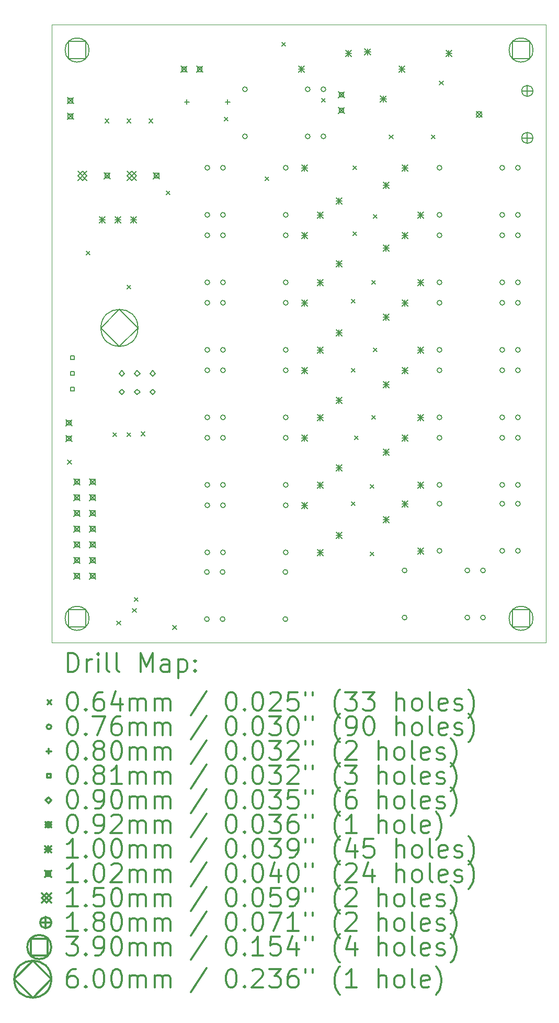
<source format=gbr>
%FSLAX45Y45*%
G04 Gerber Fmt 4.5, Leading zero omitted, Abs format (unit mm)*
G04 Created by KiCad (PCBNEW 4.0.1-stable) date 10/02/2016 08:24:37*
%MOMM*%
G01*
G04 APERTURE LIST*
%ADD10C,0.127000*%
%ADD11C,0.100000*%
%ADD12C,0.200000*%
%ADD13C,0.300000*%
G04 APERTURE END LIST*
D10*
D11*
X19500000Y-3500000D02*
X19500000Y-13500000D01*
X19500000Y-13500000D02*
X11500000Y-13500000D01*
X11500000Y-3500000D02*
X19500000Y-3500000D01*
X11500000Y-3500000D02*
X11500000Y-13500000D01*
D12*
X11760200Y-10547350D02*
X11823700Y-10610850D01*
X11823700Y-10547350D02*
X11760200Y-10610850D01*
X12058650Y-7164450D02*
X12122150Y-7227950D01*
X12122150Y-7164450D02*
X12058650Y-7227950D01*
X12363450Y-5024450D02*
X12426950Y-5087950D01*
X12426950Y-5024450D02*
X12363450Y-5087950D01*
X12490450Y-10102850D02*
X12553950Y-10166350D01*
X12553950Y-10102850D02*
X12490450Y-10166350D01*
X12553950Y-13150850D02*
X12617450Y-13214350D01*
X12617450Y-13150850D02*
X12553950Y-13214350D01*
X12719050Y-5024450D02*
X12782550Y-5087950D01*
X12782550Y-5024450D02*
X12719050Y-5087950D01*
X12719050Y-7715250D02*
X12782550Y-7778750D01*
X12782550Y-7715250D02*
X12719050Y-7778750D01*
X12719050Y-10102850D02*
X12782550Y-10166350D01*
X12782550Y-10102850D02*
X12719050Y-10166350D01*
X12807950Y-12947650D02*
X12871450Y-13011150D01*
X12871450Y-12947650D02*
X12807950Y-13011150D01*
X12839700Y-12769850D02*
X12903200Y-12833350D01*
X12903200Y-12769850D02*
X12839700Y-12833350D01*
X12947650Y-10090150D02*
X13011150Y-10153650D01*
X13011150Y-10090150D02*
X12947650Y-10153650D01*
X13074650Y-5024450D02*
X13138150Y-5087950D01*
X13138150Y-5024450D02*
X13074650Y-5087950D01*
X13354050Y-6191250D02*
X13417550Y-6254750D01*
X13417550Y-6191250D02*
X13354050Y-6254750D01*
X13462000Y-13220700D02*
X13525500Y-13284200D01*
X13525500Y-13220700D02*
X13462000Y-13284200D01*
X14293850Y-4997450D02*
X14357350Y-5060950D01*
X14357350Y-4997450D02*
X14293850Y-5060950D01*
X14954250Y-5962650D02*
X15017750Y-6026150D01*
X15017750Y-5962650D02*
X14954250Y-6026150D01*
X15227300Y-3784600D02*
X15290800Y-3848100D01*
X15290800Y-3784600D02*
X15227300Y-3848100D01*
X15868650Y-4692650D02*
X15932150Y-4756150D01*
X15932150Y-4692650D02*
X15868650Y-4756150D01*
X16351250Y-7943850D02*
X16414750Y-8007350D01*
X16414750Y-7943850D02*
X16351250Y-8007350D01*
X16351250Y-9061450D02*
X16414750Y-9124950D01*
X16414750Y-9061450D02*
X16351250Y-9124950D01*
X16351250Y-11220450D02*
X16414750Y-11283950D01*
X16414750Y-11220450D02*
X16351250Y-11283950D01*
X16376650Y-5784850D02*
X16440150Y-5848350D01*
X16440150Y-5784850D02*
X16376650Y-5848350D01*
X16376650Y-6851650D02*
X16440150Y-6915150D01*
X16440150Y-6851650D02*
X16376650Y-6915150D01*
X16402050Y-10153650D02*
X16465550Y-10217150D01*
X16465550Y-10153650D02*
X16402050Y-10217150D01*
X16656050Y-10941050D02*
X16719550Y-11004550D01*
X16719550Y-10941050D02*
X16656050Y-11004550D01*
X16656050Y-12033250D02*
X16719550Y-12096750D01*
X16719550Y-12033250D02*
X16656050Y-12096750D01*
X16681450Y-7639050D02*
X16744950Y-7702550D01*
X16744950Y-7639050D02*
X16681450Y-7702550D01*
X16681450Y-9823450D02*
X16744950Y-9886950D01*
X16744950Y-9823450D02*
X16681450Y-9886950D01*
X16706850Y-6572250D02*
X16770350Y-6635750D01*
X16770350Y-6572250D02*
X16706850Y-6635750D01*
X16706850Y-8731250D02*
X16770350Y-8794750D01*
X16770350Y-8731250D02*
X16706850Y-8794750D01*
X16967200Y-5283200D02*
X17030700Y-5346700D01*
X17030700Y-5283200D02*
X16967200Y-5346700D01*
X17646650Y-5284850D02*
X17710150Y-5348350D01*
X17710150Y-5284850D02*
X17646650Y-5348350D01*
X17780000Y-4413250D02*
X17843500Y-4476750D01*
X17843500Y-4413250D02*
X17780000Y-4476750D01*
X14052550Y-12357100D02*
G75*
G03X14052550Y-12357100I-38100J0D01*
G01*
X14052550Y-13119100D02*
G75*
G03X14052550Y-13119100I-38100J0D01*
G01*
X14058900Y-5816600D02*
G75*
G03X14058900Y-5816600I-38100J0D01*
G01*
X14058900Y-6578600D02*
G75*
G03X14058900Y-6578600I-38100J0D01*
G01*
X14058900Y-6908800D02*
G75*
G03X14058900Y-6908800I-38100J0D01*
G01*
X14058900Y-7670800D02*
G75*
G03X14058900Y-7670800I-38100J0D01*
G01*
X14058900Y-8001000D02*
G75*
G03X14058900Y-8001000I-38100J0D01*
G01*
X14058900Y-8763000D02*
G75*
G03X14058900Y-8763000I-38100J0D01*
G01*
X14058900Y-9093200D02*
G75*
G03X14058900Y-9093200I-38100J0D01*
G01*
X14058900Y-9855200D02*
G75*
G03X14058900Y-9855200I-38100J0D01*
G01*
X14058900Y-10185400D02*
G75*
G03X14058900Y-10185400I-38100J0D01*
G01*
X14058900Y-10947400D02*
G75*
G03X14058900Y-10947400I-38100J0D01*
G01*
X14058900Y-11277600D02*
G75*
G03X14058900Y-11277600I-38100J0D01*
G01*
X14058900Y-12039600D02*
G75*
G03X14058900Y-12039600I-38100J0D01*
G01*
X14306550Y-12357100D02*
G75*
G03X14306550Y-12357100I-38100J0D01*
G01*
X14306550Y-13119100D02*
G75*
G03X14306550Y-13119100I-38100J0D01*
G01*
X14312900Y-5816600D02*
G75*
G03X14312900Y-5816600I-38100J0D01*
G01*
X14312900Y-6578600D02*
G75*
G03X14312900Y-6578600I-38100J0D01*
G01*
X14312900Y-6908800D02*
G75*
G03X14312900Y-6908800I-38100J0D01*
G01*
X14312900Y-7670800D02*
G75*
G03X14312900Y-7670800I-38100J0D01*
G01*
X14312900Y-8001000D02*
G75*
G03X14312900Y-8001000I-38100J0D01*
G01*
X14312900Y-8763000D02*
G75*
G03X14312900Y-8763000I-38100J0D01*
G01*
X14312900Y-9093200D02*
G75*
G03X14312900Y-9093200I-38100J0D01*
G01*
X14312900Y-9855200D02*
G75*
G03X14312900Y-9855200I-38100J0D01*
G01*
X14312900Y-10185400D02*
G75*
G03X14312900Y-10185400I-38100J0D01*
G01*
X14312900Y-10947400D02*
G75*
G03X14312900Y-10947400I-38100J0D01*
G01*
X14312900Y-11277600D02*
G75*
G03X14312900Y-11277600I-38100J0D01*
G01*
X14312900Y-12039600D02*
G75*
G03X14312900Y-12039600I-38100J0D01*
G01*
X14668500Y-4546600D02*
G75*
G03X14668500Y-4546600I-38100J0D01*
G01*
X14668500Y-5308600D02*
G75*
G03X14668500Y-5308600I-38100J0D01*
G01*
X15322550Y-12357100D02*
G75*
G03X15322550Y-12357100I-38100J0D01*
G01*
X15322550Y-13119100D02*
G75*
G03X15322550Y-13119100I-38100J0D01*
G01*
X15328900Y-5816600D02*
G75*
G03X15328900Y-5816600I-38100J0D01*
G01*
X15328900Y-6578600D02*
G75*
G03X15328900Y-6578600I-38100J0D01*
G01*
X15328900Y-6908800D02*
G75*
G03X15328900Y-6908800I-38100J0D01*
G01*
X15328900Y-7670800D02*
G75*
G03X15328900Y-7670800I-38100J0D01*
G01*
X15328900Y-8001000D02*
G75*
G03X15328900Y-8001000I-38100J0D01*
G01*
X15328900Y-8763000D02*
G75*
G03X15328900Y-8763000I-38100J0D01*
G01*
X15328900Y-9093200D02*
G75*
G03X15328900Y-9093200I-38100J0D01*
G01*
X15328900Y-9855200D02*
G75*
G03X15328900Y-9855200I-38100J0D01*
G01*
X15328900Y-10185400D02*
G75*
G03X15328900Y-10185400I-38100J0D01*
G01*
X15328900Y-10947400D02*
G75*
G03X15328900Y-10947400I-38100J0D01*
G01*
X15328900Y-11277600D02*
G75*
G03X15328900Y-11277600I-38100J0D01*
G01*
X15328900Y-12039600D02*
G75*
G03X15328900Y-12039600I-38100J0D01*
G01*
X15684500Y-4546600D02*
G75*
G03X15684500Y-4546600I-38100J0D01*
G01*
X15684500Y-5308600D02*
G75*
G03X15684500Y-5308600I-38100J0D01*
G01*
X15938500Y-4546600D02*
G75*
G03X15938500Y-4546600I-38100J0D01*
G01*
X15938500Y-5308600D02*
G75*
G03X15938500Y-5308600I-38100J0D01*
G01*
X17252950Y-12331700D02*
G75*
G03X17252950Y-12331700I-38100J0D01*
G01*
X17252950Y-13093700D02*
G75*
G03X17252950Y-13093700I-38100J0D01*
G01*
X17818100Y-5816600D02*
G75*
G03X17818100Y-5816600I-38100J0D01*
G01*
X17818100Y-6578600D02*
G75*
G03X17818100Y-6578600I-38100J0D01*
G01*
X17818100Y-6908800D02*
G75*
G03X17818100Y-6908800I-38100J0D01*
G01*
X17818100Y-7670800D02*
G75*
G03X17818100Y-7670800I-38100J0D01*
G01*
X17818100Y-8001000D02*
G75*
G03X17818100Y-8001000I-38100J0D01*
G01*
X17818100Y-8763000D02*
G75*
G03X17818100Y-8763000I-38100J0D01*
G01*
X17818100Y-9093200D02*
G75*
G03X17818100Y-9093200I-38100J0D01*
G01*
X17818100Y-9855200D02*
G75*
G03X17818100Y-9855200I-38100J0D01*
G01*
X17818100Y-10185400D02*
G75*
G03X17818100Y-10185400I-38100J0D01*
G01*
X17818100Y-10947400D02*
G75*
G03X17818100Y-10947400I-38100J0D01*
G01*
X17818100Y-11252200D02*
G75*
G03X17818100Y-11252200I-38100J0D01*
G01*
X17818100Y-12014200D02*
G75*
G03X17818100Y-12014200I-38100J0D01*
G01*
X18268950Y-12331700D02*
G75*
G03X18268950Y-12331700I-38100J0D01*
G01*
X18268950Y-13093700D02*
G75*
G03X18268950Y-13093700I-38100J0D01*
G01*
X18522950Y-12331700D02*
G75*
G03X18522950Y-12331700I-38100J0D01*
G01*
X18522950Y-13093700D02*
G75*
G03X18522950Y-13093700I-38100J0D01*
G01*
X18834100Y-5816600D02*
G75*
G03X18834100Y-5816600I-38100J0D01*
G01*
X18834100Y-6578600D02*
G75*
G03X18834100Y-6578600I-38100J0D01*
G01*
X18834100Y-6908800D02*
G75*
G03X18834100Y-6908800I-38100J0D01*
G01*
X18834100Y-7670800D02*
G75*
G03X18834100Y-7670800I-38100J0D01*
G01*
X18834100Y-8001000D02*
G75*
G03X18834100Y-8001000I-38100J0D01*
G01*
X18834100Y-8763000D02*
G75*
G03X18834100Y-8763000I-38100J0D01*
G01*
X18834100Y-9093200D02*
G75*
G03X18834100Y-9093200I-38100J0D01*
G01*
X18834100Y-9855200D02*
G75*
G03X18834100Y-9855200I-38100J0D01*
G01*
X18834100Y-10185400D02*
G75*
G03X18834100Y-10185400I-38100J0D01*
G01*
X18834100Y-10947400D02*
G75*
G03X18834100Y-10947400I-38100J0D01*
G01*
X18834100Y-11252200D02*
G75*
G03X18834100Y-11252200I-38100J0D01*
G01*
X18834100Y-12014200D02*
G75*
G03X18834100Y-12014200I-38100J0D01*
G01*
X19088100Y-5816600D02*
G75*
G03X19088100Y-5816600I-38100J0D01*
G01*
X19088100Y-6578600D02*
G75*
G03X19088100Y-6578600I-38100J0D01*
G01*
X19088100Y-6908800D02*
G75*
G03X19088100Y-6908800I-38100J0D01*
G01*
X19088100Y-7670800D02*
G75*
G03X19088100Y-7670800I-38100J0D01*
G01*
X19088100Y-8001000D02*
G75*
G03X19088100Y-8001000I-38100J0D01*
G01*
X19088100Y-8763000D02*
G75*
G03X19088100Y-8763000I-38100J0D01*
G01*
X19088100Y-9093200D02*
G75*
G03X19088100Y-9093200I-38100J0D01*
G01*
X19088100Y-9855200D02*
G75*
G03X19088100Y-9855200I-38100J0D01*
G01*
X19088100Y-10185400D02*
G75*
G03X19088100Y-10185400I-38100J0D01*
G01*
X19088100Y-10947400D02*
G75*
G03X19088100Y-10947400I-38100J0D01*
G01*
X19088100Y-11252200D02*
G75*
G03X19088100Y-11252200I-38100J0D01*
G01*
X19088100Y-12014200D02*
G75*
G03X19088100Y-12014200I-38100J0D01*
G01*
X13690854Y-4709795D02*
X13690854Y-4789805D01*
X13650849Y-4749800D02*
X13730859Y-4749800D01*
X14350746Y-4709795D02*
X14350746Y-4789805D01*
X14310741Y-4749800D02*
X14390751Y-4749800D01*
X11865137Y-8918737D02*
X11865137Y-8861263D01*
X11807663Y-8861263D01*
X11807663Y-8918737D01*
X11865137Y-8918737D01*
X11865137Y-9172737D02*
X11865137Y-9115263D01*
X11807663Y-9115263D01*
X11807663Y-9172737D01*
X11865137Y-9172737D01*
X11865137Y-9426737D02*
X11865137Y-9369263D01*
X11807663Y-9369263D01*
X11807663Y-9426737D01*
X11865137Y-9426737D01*
X12636500Y-9189000D02*
X12681500Y-9144000D01*
X12636500Y-9099000D01*
X12591500Y-9144000D01*
X12636500Y-9189000D01*
X12636500Y-9489000D02*
X12681500Y-9444000D01*
X12636500Y-9399000D01*
X12591500Y-9444000D01*
X12636500Y-9489000D01*
X12886500Y-9189000D02*
X12931500Y-9144000D01*
X12886500Y-9099000D01*
X12841500Y-9144000D01*
X12886500Y-9189000D01*
X12886500Y-9489000D02*
X12931500Y-9444000D01*
X12886500Y-9399000D01*
X12841500Y-9444000D01*
X12886500Y-9489000D01*
X13136500Y-9189000D02*
X13181500Y-9144000D01*
X13136500Y-9099000D01*
X13091500Y-9144000D01*
X13136500Y-9189000D01*
X13136500Y-9489000D02*
X13181500Y-9444000D01*
X13136500Y-9399000D01*
X13091500Y-9444000D01*
X13136500Y-9489000D01*
X18376400Y-4907000D02*
X18468400Y-4999000D01*
X18468400Y-4907000D02*
X18376400Y-4999000D01*
X18468400Y-4953000D02*
G75*
G03X18468400Y-4953000I-46000J0D01*
G01*
X12268962Y-6604762D02*
X12369038Y-6704838D01*
X12369038Y-6604762D02*
X12268962Y-6704838D01*
X12319000Y-6604762D02*
X12319000Y-6704838D01*
X12268962Y-6654800D02*
X12369038Y-6654800D01*
X12522962Y-6604762D02*
X12623038Y-6704838D01*
X12623038Y-6604762D02*
X12522962Y-6704838D01*
X12573000Y-6604762D02*
X12573000Y-6704838D01*
X12522962Y-6654800D02*
X12623038Y-6654800D01*
X12776962Y-6604762D02*
X12877038Y-6704838D01*
X12877038Y-6604762D02*
X12776962Y-6704838D01*
X12827000Y-6604762D02*
X12827000Y-6704838D01*
X12776962Y-6654800D02*
X12877038Y-6654800D01*
X15494762Y-4166362D02*
X15594838Y-4266438D01*
X15594838Y-4166362D02*
X15494762Y-4266438D01*
X15544800Y-4166362D02*
X15544800Y-4266438D01*
X15494762Y-4216400D02*
X15594838Y-4216400D01*
X15545562Y-5766562D02*
X15645638Y-5866638D01*
X15645638Y-5766562D02*
X15545562Y-5866638D01*
X15595600Y-5766562D02*
X15595600Y-5866638D01*
X15545562Y-5816600D02*
X15645638Y-5816600D01*
X15545562Y-6858762D02*
X15645638Y-6958838D01*
X15645638Y-6858762D02*
X15545562Y-6958838D01*
X15595600Y-6858762D02*
X15595600Y-6958838D01*
X15545562Y-6908800D02*
X15645638Y-6908800D01*
X15545562Y-7950962D02*
X15645638Y-8051038D01*
X15645638Y-7950962D02*
X15545562Y-8051038D01*
X15595600Y-7950962D02*
X15595600Y-8051038D01*
X15545562Y-8001000D02*
X15645638Y-8001000D01*
X15545562Y-9043162D02*
X15645638Y-9143238D01*
X15645638Y-9043162D02*
X15545562Y-9143238D01*
X15595600Y-9043162D02*
X15595600Y-9143238D01*
X15545562Y-9093200D02*
X15645638Y-9093200D01*
X15545562Y-10135362D02*
X15645638Y-10235438D01*
X15645638Y-10135362D02*
X15545562Y-10235438D01*
X15595600Y-10135362D02*
X15595600Y-10235438D01*
X15545562Y-10185400D02*
X15645638Y-10185400D01*
X15545562Y-11227562D02*
X15645638Y-11327638D01*
X15645638Y-11227562D02*
X15545562Y-11327638D01*
X15595600Y-11227562D02*
X15595600Y-11327638D01*
X15545562Y-11277600D02*
X15645638Y-11277600D01*
X15799562Y-6528562D02*
X15899638Y-6628638D01*
X15899638Y-6528562D02*
X15799562Y-6628638D01*
X15849600Y-6528562D02*
X15849600Y-6628638D01*
X15799562Y-6578600D02*
X15899638Y-6578600D01*
X15799562Y-7620762D02*
X15899638Y-7720838D01*
X15899638Y-7620762D02*
X15799562Y-7720838D01*
X15849600Y-7620762D02*
X15849600Y-7720838D01*
X15799562Y-7670800D02*
X15899638Y-7670800D01*
X15799562Y-8712962D02*
X15899638Y-8813038D01*
X15899638Y-8712962D02*
X15799562Y-8813038D01*
X15849600Y-8712962D02*
X15849600Y-8813038D01*
X15799562Y-8763000D02*
X15899638Y-8763000D01*
X15799562Y-9805162D02*
X15899638Y-9905238D01*
X15899638Y-9805162D02*
X15799562Y-9905238D01*
X15849600Y-9805162D02*
X15849600Y-9905238D01*
X15799562Y-9855200D02*
X15899638Y-9855200D01*
X15799562Y-10897362D02*
X15899638Y-10997438D01*
X15899638Y-10897362D02*
X15799562Y-10997438D01*
X15849600Y-10897362D02*
X15849600Y-10997438D01*
X15799562Y-10947400D02*
X15899638Y-10947400D01*
X15799562Y-11989562D02*
X15899638Y-12089638D01*
X15899638Y-11989562D02*
X15799562Y-12089638D01*
X15849600Y-11989562D02*
X15849600Y-12089638D01*
X15799562Y-12039600D02*
X15899638Y-12039600D01*
X16104362Y-6299962D02*
X16204438Y-6400038D01*
X16204438Y-6299962D02*
X16104362Y-6400038D01*
X16154400Y-6299962D02*
X16154400Y-6400038D01*
X16104362Y-6350000D02*
X16204438Y-6350000D01*
X16104362Y-7315962D02*
X16204438Y-7416038D01*
X16204438Y-7315962D02*
X16104362Y-7416038D01*
X16154400Y-7315962D02*
X16154400Y-7416038D01*
X16104362Y-7366000D02*
X16204438Y-7366000D01*
X16104362Y-8433562D02*
X16204438Y-8533638D01*
X16204438Y-8433562D02*
X16104362Y-8533638D01*
X16154400Y-8433562D02*
X16154400Y-8533638D01*
X16104362Y-8483600D02*
X16204438Y-8483600D01*
X16104362Y-9525762D02*
X16204438Y-9625838D01*
X16204438Y-9525762D02*
X16104362Y-9625838D01*
X16154400Y-9525762D02*
X16154400Y-9625838D01*
X16104362Y-9575800D02*
X16204438Y-9575800D01*
X16104362Y-10617962D02*
X16204438Y-10718038D01*
X16204438Y-10617962D02*
X16104362Y-10718038D01*
X16154400Y-10617962D02*
X16154400Y-10718038D01*
X16104362Y-10668000D02*
X16204438Y-10668000D01*
X16104362Y-11710162D02*
X16204438Y-11810238D01*
X16204438Y-11710162D02*
X16104362Y-11810238D01*
X16154400Y-11710162D02*
X16154400Y-11810238D01*
X16104362Y-11760200D02*
X16204438Y-11760200D01*
X16256762Y-3912362D02*
X16356838Y-4012438D01*
X16356838Y-3912362D02*
X16256762Y-4012438D01*
X16306800Y-3912362D02*
X16306800Y-4012438D01*
X16256762Y-3962400D02*
X16356838Y-3962400D01*
X16567912Y-3893312D02*
X16667988Y-3993388D01*
X16667988Y-3893312D02*
X16567912Y-3993388D01*
X16617950Y-3893312D02*
X16617950Y-3993388D01*
X16567912Y-3943350D02*
X16667988Y-3943350D01*
X16821912Y-4655312D02*
X16921988Y-4755388D01*
X16921988Y-4655312D02*
X16821912Y-4755388D01*
X16871950Y-4655312D02*
X16871950Y-4755388D01*
X16821912Y-4705350D02*
X16921988Y-4705350D01*
X16866362Y-6045962D02*
X16966438Y-6146038D01*
X16966438Y-6045962D02*
X16866362Y-6146038D01*
X16916400Y-6045962D02*
X16916400Y-6146038D01*
X16866362Y-6096000D02*
X16966438Y-6096000D01*
X16866362Y-7061962D02*
X16966438Y-7162038D01*
X16966438Y-7061962D02*
X16866362Y-7162038D01*
X16916400Y-7061962D02*
X16916400Y-7162038D01*
X16866362Y-7112000D02*
X16966438Y-7112000D01*
X16866362Y-8179562D02*
X16966438Y-8279638D01*
X16966438Y-8179562D02*
X16866362Y-8279638D01*
X16916400Y-8179562D02*
X16916400Y-8279638D01*
X16866362Y-8229600D02*
X16966438Y-8229600D01*
X16866362Y-9271762D02*
X16966438Y-9371838D01*
X16966438Y-9271762D02*
X16866362Y-9371838D01*
X16916400Y-9271762D02*
X16916400Y-9371838D01*
X16866362Y-9321800D02*
X16966438Y-9321800D01*
X16866362Y-10363962D02*
X16966438Y-10464038D01*
X16966438Y-10363962D02*
X16866362Y-10464038D01*
X16916400Y-10363962D02*
X16916400Y-10464038D01*
X16866362Y-10414000D02*
X16966438Y-10414000D01*
X16866362Y-11456162D02*
X16966438Y-11556238D01*
X16966438Y-11456162D02*
X16866362Y-11556238D01*
X16916400Y-11456162D02*
X16916400Y-11556238D01*
X16866362Y-11506200D02*
X16966438Y-11506200D01*
X17120362Y-4166362D02*
X17220438Y-4266438D01*
X17220438Y-4166362D02*
X17120362Y-4266438D01*
X17170400Y-4166362D02*
X17170400Y-4266438D01*
X17120362Y-4216400D02*
X17220438Y-4216400D01*
X17171162Y-5766562D02*
X17271238Y-5866638D01*
X17271238Y-5766562D02*
X17171162Y-5866638D01*
X17221200Y-5766562D02*
X17221200Y-5866638D01*
X17171162Y-5816600D02*
X17271238Y-5816600D01*
X17171162Y-6858762D02*
X17271238Y-6958838D01*
X17271238Y-6858762D02*
X17171162Y-6958838D01*
X17221200Y-6858762D02*
X17221200Y-6958838D01*
X17171162Y-6908800D02*
X17271238Y-6908800D01*
X17171162Y-7950962D02*
X17271238Y-8051038D01*
X17271238Y-7950962D02*
X17171162Y-8051038D01*
X17221200Y-7950962D02*
X17221200Y-8051038D01*
X17171162Y-8001000D02*
X17271238Y-8001000D01*
X17171162Y-9043162D02*
X17271238Y-9143238D01*
X17271238Y-9043162D02*
X17171162Y-9143238D01*
X17221200Y-9043162D02*
X17221200Y-9143238D01*
X17171162Y-9093200D02*
X17271238Y-9093200D01*
X17171162Y-10135362D02*
X17271238Y-10235438D01*
X17271238Y-10135362D02*
X17171162Y-10235438D01*
X17221200Y-10135362D02*
X17221200Y-10235438D01*
X17171162Y-10185400D02*
X17271238Y-10185400D01*
X17171162Y-11202162D02*
X17271238Y-11302238D01*
X17271238Y-11202162D02*
X17171162Y-11302238D01*
X17221200Y-11202162D02*
X17221200Y-11302238D01*
X17171162Y-11252200D02*
X17271238Y-11252200D01*
X17425162Y-6528562D02*
X17525238Y-6628638D01*
X17525238Y-6528562D02*
X17425162Y-6628638D01*
X17475200Y-6528562D02*
X17475200Y-6628638D01*
X17425162Y-6578600D02*
X17525238Y-6578600D01*
X17425162Y-7620762D02*
X17525238Y-7720838D01*
X17525238Y-7620762D02*
X17425162Y-7720838D01*
X17475200Y-7620762D02*
X17475200Y-7720838D01*
X17425162Y-7670800D02*
X17525238Y-7670800D01*
X17425162Y-8712962D02*
X17525238Y-8813038D01*
X17525238Y-8712962D02*
X17425162Y-8813038D01*
X17475200Y-8712962D02*
X17475200Y-8813038D01*
X17425162Y-8763000D02*
X17525238Y-8763000D01*
X17425162Y-9805162D02*
X17525238Y-9905238D01*
X17525238Y-9805162D02*
X17425162Y-9905238D01*
X17475200Y-9805162D02*
X17475200Y-9905238D01*
X17425162Y-9855200D02*
X17525238Y-9855200D01*
X17425162Y-10897362D02*
X17525238Y-10997438D01*
X17525238Y-10897362D02*
X17425162Y-10997438D01*
X17475200Y-10897362D02*
X17475200Y-10997438D01*
X17425162Y-10947400D02*
X17525238Y-10947400D01*
X17425162Y-11964162D02*
X17525238Y-12064238D01*
X17525238Y-11964162D02*
X17425162Y-12064238D01*
X17475200Y-11964162D02*
X17475200Y-12064238D01*
X17425162Y-12014200D02*
X17525238Y-12014200D01*
X17882362Y-3912362D02*
X17982438Y-4012438D01*
X17982438Y-3912362D02*
X17882362Y-4012438D01*
X17932400Y-3912362D02*
X17932400Y-4012438D01*
X17882362Y-3962400D02*
X17982438Y-3962400D01*
X11728450Y-9893300D02*
X11830050Y-9994900D01*
X11830050Y-9893300D02*
X11728450Y-9994900D01*
X11815171Y-9980021D02*
X11815171Y-9908179D01*
X11743329Y-9908179D01*
X11743329Y-9980021D01*
X11815171Y-9980021D01*
X11728450Y-10147300D02*
X11830050Y-10248900D01*
X11830050Y-10147300D02*
X11728450Y-10248900D01*
X11815171Y-10234021D02*
X11815171Y-10162179D01*
X11743329Y-10162179D01*
X11743329Y-10234021D01*
X11815171Y-10234021D01*
X11753850Y-4679950D02*
X11855450Y-4781550D01*
X11855450Y-4679950D02*
X11753850Y-4781550D01*
X11840571Y-4766671D02*
X11840571Y-4694829D01*
X11768729Y-4694829D01*
X11768729Y-4766671D01*
X11840571Y-4766671D01*
X11753850Y-4933950D02*
X11855450Y-5035550D01*
X11855450Y-4933950D02*
X11753850Y-5035550D01*
X11840571Y-5020671D02*
X11840571Y-4948829D01*
X11768729Y-4948829D01*
X11768729Y-5020671D01*
X11840571Y-5020671D01*
X11861800Y-10845800D02*
X11963400Y-10947400D01*
X11963400Y-10845800D02*
X11861800Y-10947400D01*
X11948521Y-10932521D02*
X11948521Y-10860679D01*
X11876679Y-10860679D01*
X11876679Y-10932521D01*
X11948521Y-10932521D01*
X11861800Y-11099800D02*
X11963400Y-11201400D01*
X11963400Y-11099800D02*
X11861800Y-11201400D01*
X11948521Y-11186521D02*
X11948521Y-11114679D01*
X11876679Y-11114679D01*
X11876679Y-11186521D01*
X11948521Y-11186521D01*
X11861800Y-11353800D02*
X11963400Y-11455400D01*
X11963400Y-11353800D02*
X11861800Y-11455400D01*
X11948521Y-11440521D02*
X11948521Y-11368679D01*
X11876679Y-11368679D01*
X11876679Y-11440521D01*
X11948521Y-11440521D01*
X11861800Y-11607800D02*
X11963400Y-11709400D01*
X11963400Y-11607800D02*
X11861800Y-11709400D01*
X11948521Y-11694521D02*
X11948521Y-11622679D01*
X11876679Y-11622679D01*
X11876679Y-11694521D01*
X11948521Y-11694521D01*
X11861800Y-11861800D02*
X11963400Y-11963400D01*
X11963400Y-11861800D02*
X11861800Y-11963400D01*
X11948521Y-11948521D02*
X11948521Y-11876679D01*
X11876679Y-11876679D01*
X11876679Y-11948521D01*
X11948521Y-11948521D01*
X11861800Y-12115800D02*
X11963400Y-12217400D01*
X11963400Y-12115800D02*
X11861800Y-12217400D01*
X11948521Y-12202521D02*
X11948521Y-12130679D01*
X11876679Y-12130679D01*
X11876679Y-12202521D01*
X11948521Y-12202521D01*
X11861800Y-12369800D02*
X11963400Y-12471400D01*
X11963400Y-12369800D02*
X11861800Y-12471400D01*
X11948521Y-12456521D02*
X11948521Y-12384679D01*
X11876679Y-12384679D01*
X11876679Y-12456521D01*
X11948521Y-12456521D01*
X12115800Y-10845800D02*
X12217400Y-10947400D01*
X12217400Y-10845800D02*
X12115800Y-10947400D01*
X12202521Y-10932521D02*
X12202521Y-10860679D01*
X12130679Y-10860679D01*
X12130679Y-10932521D01*
X12202521Y-10932521D01*
X12115800Y-11099800D02*
X12217400Y-11201400D01*
X12217400Y-11099800D02*
X12115800Y-11201400D01*
X12202521Y-11186521D02*
X12202521Y-11114679D01*
X12130679Y-11114679D01*
X12130679Y-11186521D01*
X12202521Y-11186521D01*
X12115800Y-11353800D02*
X12217400Y-11455400D01*
X12217400Y-11353800D02*
X12115800Y-11455400D01*
X12202521Y-11440521D02*
X12202521Y-11368679D01*
X12130679Y-11368679D01*
X12130679Y-11440521D01*
X12202521Y-11440521D01*
X12115800Y-11607800D02*
X12217400Y-11709400D01*
X12217400Y-11607800D02*
X12115800Y-11709400D01*
X12202521Y-11694521D02*
X12202521Y-11622679D01*
X12130679Y-11622679D01*
X12130679Y-11694521D01*
X12202521Y-11694521D01*
X12115800Y-11861800D02*
X12217400Y-11963400D01*
X12217400Y-11861800D02*
X12115800Y-11963400D01*
X12202521Y-11948521D02*
X12202521Y-11876679D01*
X12130679Y-11876679D01*
X12130679Y-11948521D01*
X12202521Y-11948521D01*
X12115800Y-12115800D02*
X12217400Y-12217400D01*
X12217400Y-12115800D02*
X12115800Y-12217400D01*
X12202521Y-12202521D02*
X12202521Y-12130679D01*
X12130679Y-12130679D01*
X12130679Y-12202521D01*
X12202521Y-12202521D01*
X12115800Y-12369800D02*
X12217400Y-12471400D01*
X12217400Y-12369800D02*
X12115800Y-12471400D01*
X12202521Y-12456521D02*
X12202521Y-12384679D01*
X12130679Y-12384679D01*
X12130679Y-12456521D01*
X12202521Y-12456521D01*
X12347600Y-5892800D02*
X12449200Y-5994400D01*
X12449200Y-5892800D02*
X12347600Y-5994400D01*
X12434321Y-5979521D02*
X12434321Y-5907679D01*
X12362479Y-5907679D01*
X12362479Y-5979521D01*
X12434321Y-5979521D01*
X13147600Y-5892800D02*
X13249200Y-5994400D01*
X13249200Y-5892800D02*
X13147600Y-5994400D01*
X13234321Y-5979521D02*
X13234321Y-5907679D01*
X13162479Y-5907679D01*
X13162479Y-5979521D01*
X13234321Y-5979521D01*
X13595350Y-4171950D02*
X13696950Y-4273550D01*
X13696950Y-4171950D02*
X13595350Y-4273550D01*
X13682071Y-4258671D02*
X13682071Y-4186829D01*
X13610229Y-4186829D01*
X13610229Y-4258671D01*
X13682071Y-4258671D01*
X13849350Y-4171950D02*
X13950950Y-4273550D01*
X13950950Y-4171950D02*
X13849350Y-4273550D01*
X13936071Y-4258671D02*
X13936071Y-4186829D01*
X13864229Y-4186829D01*
X13864229Y-4258671D01*
X13936071Y-4258671D01*
X16141700Y-4584700D02*
X16243300Y-4686300D01*
X16243300Y-4584700D02*
X16141700Y-4686300D01*
X16228421Y-4671421D02*
X16228421Y-4599579D01*
X16156579Y-4599579D01*
X16156579Y-4671421D01*
X16228421Y-4671421D01*
X16141700Y-4838700D02*
X16243300Y-4940300D01*
X16243300Y-4838700D02*
X16141700Y-4940300D01*
X16228421Y-4925421D02*
X16228421Y-4853579D01*
X16156579Y-4853579D01*
X16156579Y-4925421D01*
X16228421Y-4925421D01*
X11923400Y-5868600D02*
X12073400Y-6018600D01*
X12073400Y-5868600D02*
X11923400Y-6018600D01*
X11998400Y-6018600D02*
X12073400Y-5943600D01*
X11998400Y-5868600D01*
X11923400Y-5943600D01*
X11998400Y-6018600D01*
X12723400Y-5868600D02*
X12873400Y-6018600D01*
X12873400Y-5868600D02*
X12723400Y-6018600D01*
X12798400Y-6018600D02*
X12873400Y-5943600D01*
X12798400Y-5868600D01*
X12723400Y-5943600D01*
X12798400Y-6018600D01*
X19202400Y-4483000D02*
X19202400Y-4663000D01*
X19112400Y-4573000D02*
X19292400Y-4573000D01*
X19292400Y-4573000D02*
G75*
G03X19292400Y-4573000I-90000J0D01*
G01*
X19202400Y-5243000D02*
X19202400Y-5423000D01*
X19112400Y-5333000D02*
X19292400Y-5333000D01*
X19292400Y-5333000D02*
G75*
G03X19292400Y-5333000I-90000J0D01*
G01*
X12050487Y-4049487D02*
X12050487Y-3773713D01*
X11774713Y-3773713D01*
X11774713Y-4049487D01*
X12050487Y-4049487D01*
X12107600Y-3911600D02*
G75*
G03X12107600Y-3911600I-195000J0D01*
G01*
X12050487Y-13244287D02*
X12050487Y-12968513D01*
X11774713Y-12968513D01*
X11774713Y-13244287D01*
X12050487Y-13244287D01*
X12107600Y-13106400D02*
G75*
G03X12107600Y-13106400I-195000J0D01*
G01*
X19238687Y-4049487D02*
X19238687Y-3773713D01*
X18962913Y-3773713D01*
X18962913Y-4049487D01*
X19238687Y-4049487D01*
X19295800Y-3911600D02*
G75*
G03X19295800Y-3911600I-195000J0D01*
G01*
X19238687Y-13244287D02*
X19238687Y-12968513D01*
X18962913Y-12968513D01*
X18962913Y-13244287D01*
X19238687Y-13244287D01*
X19295800Y-13106400D02*
G75*
G03X19295800Y-13106400I-195000J0D01*
G01*
X12598400Y-8707374D02*
X12898374Y-8407400D01*
X12598400Y-8107426D01*
X12298426Y-8407400D01*
X12598400Y-8707374D01*
X12898374Y-8407400D02*
G75*
G03X12898374Y-8407400I-299974J0D01*
G01*
D13*
X11766428Y-13970714D02*
X11766428Y-13670714D01*
X11837857Y-13670714D01*
X11880714Y-13685000D01*
X11909286Y-13713571D01*
X11923571Y-13742143D01*
X11937857Y-13799286D01*
X11937857Y-13842143D01*
X11923571Y-13899286D01*
X11909286Y-13927857D01*
X11880714Y-13956429D01*
X11837857Y-13970714D01*
X11766428Y-13970714D01*
X12066428Y-13970714D02*
X12066428Y-13770714D01*
X12066428Y-13827857D02*
X12080714Y-13799286D01*
X12095000Y-13785000D01*
X12123571Y-13770714D01*
X12152143Y-13770714D01*
X12252143Y-13970714D02*
X12252143Y-13770714D01*
X12252143Y-13670714D02*
X12237857Y-13685000D01*
X12252143Y-13699286D01*
X12266428Y-13685000D01*
X12252143Y-13670714D01*
X12252143Y-13699286D01*
X12437857Y-13970714D02*
X12409286Y-13956429D01*
X12395000Y-13927857D01*
X12395000Y-13670714D01*
X12595000Y-13970714D02*
X12566428Y-13956429D01*
X12552143Y-13927857D01*
X12552143Y-13670714D01*
X12937857Y-13970714D02*
X12937857Y-13670714D01*
X13037857Y-13885000D01*
X13137857Y-13670714D01*
X13137857Y-13970714D01*
X13409286Y-13970714D02*
X13409286Y-13813571D01*
X13395000Y-13785000D01*
X13366428Y-13770714D01*
X13309286Y-13770714D01*
X13280714Y-13785000D01*
X13409286Y-13956429D02*
X13380714Y-13970714D01*
X13309286Y-13970714D01*
X13280714Y-13956429D01*
X13266428Y-13927857D01*
X13266428Y-13899286D01*
X13280714Y-13870714D01*
X13309286Y-13856429D01*
X13380714Y-13856429D01*
X13409286Y-13842143D01*
X13552143Y-13770714D02*
X13552143Y-14070714D01*
X13552143Y-13785000D02*
X13580714Y-13770714D01*
X13637857Y-13770714D01*
X13666428Y-13785000D01*
X13680714Y-13799286D01*
X13695000Y-13827857D01*
X13695000Y-13913571D01*
X13680714Y-13942143D01*
X13666428Y-13956429D01*
X13637857Y-13970714D01*
X13580714Y-13970714D01*
X13552143Y-13956429D01*
X13823571Y-13942143D02*
X13837857Y-13956429D01*
X13823571Y-13970714D01*
X13809286Y-13956429D01*
X13823571Y-13942143D01*
X13823571Y-13970714D01*
X13823571Y-13785000D02*
X13837857Y-13799286D01*
X13823571Y-13813571D01*
X13809286Y-13799286D01*
X13823571Y-13785000D01*
X13823571Y-13813571D01*
X11431500Y-14433250D02*
X11495000Y-14496750D01*
X11495000Y-14433250D02*
X11431500Y-14496750D01*
X11823571Y-14300714D02*
X11852143Y-14300714D01*
X11880714Y-14315000D01*
X11895000Y-14329286D01*
X11909286Y-14357857D01*
X11923571Y-14415000D01*
X11923571Y-14486429D01*
X11909286Y-14543571D01*
X11895000Y-14572143D01*
X11880714Y-14586429D01*
X11852143Y-14600714D01*
X11823571Y-14600714D01*
X11795000Y-14586429D01*
X11780714Y-14572143D01*
X11766428Y-14543571D01*
X11752143Y-14486429D01*
X11752143Y-14415000D01*
X11766428Y-14357857D01*
X11780714Y-14329286D01*
X11795000Y-14315000D01*
X11823571Y-14300714D01*
X12052143Y-14572143D02*
X12066428Y-14586429D01*
X12052143Y-14600714D01*
X12037857Y-14586429D01*
X12052143Y-14572143D01*
X12052143Y-14600714D01*
X12323571Y-14300714D02*
X12266428Y-14300714D01*
X12237857Y-14315000D01*
X12223571Y-14329286D01*
X12195000Y-14372143D01*
X12180714Y-14429286D01*
X12180714Y-14543571D01*
X12195000Y-14572143D01*
X12209286Y-14586429D01*
X12237857Y-14600714D01*
X12295000Y-14600714D01*
X12323571Y-14586429D01*
X12337857Y-14572143D01*
X12352143Y-14543571D01*
X12352143Y-14472143D01*
X12337857Y-14443571D01*
X12323571Y-14429286D01*
X12295000Y-14415000D01*
X12237857Y-14415000D01*
X12209286Y-14429286D01*
X12195000Y-14443571D01*
X12180714Y-14472143D01*
X12609286Y-14400714D02*
X12609286Y-14600714D01*
X12537857Y-14286429D02*
X12466428Y-14500714D01*
X12652143Y-14500714D01*
X12766428Y-14600714D02*
X12766428Y-14400714D01*
X12766428Y-14429286D02*
X12780714Y-14415000D01*
X12809286Y-14400714D01*
X12852143Y-14400714D01*
X12880714Y-14415000D01*
X12895000Y-14443571D01*
X12895000Y-14600714D01*
X12895000Y-14443571D02*
X12909286Y-14415000D01*
X12937857Y-14400714D01*
X12980714Y-14400714D01*
X13009286Y-14415000D01*
X13023571Y-14443571D01*
X13023571Y-14600714D01*
X13166428Y-14600714D02*
X13166428Y-14400714D01*
X13166428Y-14429286D02*
X13180714Y-14415000D01*
X13209286Y-14400714D01*
X13252143Y-14400714D01*
X13280714Y-14415000D01*
X13295000Y-14443571D01*
X13295000Y-14600714D01*
X13295000Y-14443571D02*
X13309286Y-14415000D01*
X13337857Y-14400714D01*
X13380714Y-14400714D01*
X13409286Y-14415000D01*
X13423571Y-14443571D01*
X13423571Y-14600714D01*
X14009286Y-14286429D02*
X13752143Y-14672143D01*
X14395000Y-14300714D02*
X14423571Y-14300714D01*
X14452143Y-14315000D01*
X14466428Y-14329286D01*
X14480714Y-14357857D01*
X14495000Y-14415000D01*
X14495000Y-14486429D01*
X14480714Y-14543571D01*
X14466428Y-14572143D01*
X14452143Y-14586429D01*
X14423571Y-14600714D01*
X14395000Y-14600714D01*
X14366428Y-14586429D01*
X14352143Y-14572143D01*
X14337857Y-14543571D01*
X14323571Y-14486429D01*
X14323571Y-14415000D01*
X14337857Y-14357857D01*
X14352143Y-14329286D01*
X14366428Y-14315000D01*
X14395000Y-14300714D01*
X14623571Y-14572143D02*
X14637857Y-14586429D01*
X14623571Y-14600714D01*
X14609286Y-14586429D01*
X14623571Y-14572143D01*
X14623571Y-14600714D01*
X14823571Y-14300714D02*
X14852143Y-14300714D01*
X14880714Y-14315000D01*
X14895000Y-14329286D01*
X14909285Y-14357857D01*
X14923571Y-14415000D01*
X14923571Y-14486429D01*
X14909285Y-14543571D01*
X14895000Y-14572143D01*
X14880714Y-14586429D01*
X14852143Y-14600714D01*
X14823571Y-14600714D01*
X14795000Y-14586429D01*
X14780714Y-14572143D01*
X14766428Y-14543571D01*
X14752143Y-14486429D01*
X14752143Y-14415000D01*
X14766428Y-14357857D01*
X14780714Y-14329286D01*
X14795000Y-14315000D01*
X14823571Y-14300714D01*
X15037857Y-14329286D02*
X15052143Y-14315000D01*
X15080714Y-14300714D01*
X15152143Y-14300714D01*
X15180714Y-14315000D01*
X15195000Y-14329286D01*
X15209285Y-14357857D01*
X15209285Y-14386429D01*
X15195000Y-14429286D01*
X15023571Y-14600714D01*
X15209285Y-14600714D01*
X15480714Y-14300714D02*
X15337857Y-14300714D01*
X15323571Y-14443571D01*
X15337857Y-14429286D01*
X15366428Y-14415000D01*
X15437857Y-14415000D01*
X15466428Y-14429286D01*
X15480714Y-14443571D01*
X15495000Y-14472143D01*
X15495000Y-14543571D01*
X15480714Y-14572143D01*
X15466428Y-14586429D01*
X15437857Y-14600714D01*
X15366428Y-14600714D01*
X15337857Y-14586429D01*
X15323571Y-14572143D01*
X15609286Y-14300714D02*
X15609286Y-14357857D01*
X15723571Y-14300714D02*
X15723571Y-14357857D01*
X16166428Y-14715000D02*
X16152143Y-14700714D01*
X16123571Y-14657857D01*
X16109285Y-14629286D01*
X16095000Y-14586429D01*
X16080714Y-14515000D01*
X16080714Y-14457857D01*
X16095000Y-14386429D01*
X16109285Y-14343571D01*
X16123571Y-14315000D01*
X16152143Y-14272143D01*
X16166428Y-14257857D01*
X16252143Y-14300714D02*
X16437857Y-14300714D01*
X16337857Y-14415000D01*
X16380714Y-14415000D01*
X16409285Y-14429286D01*
X16423571Y-14443571D01*
X16437857Y-14472143D01*
X16437857Y-14543571D01*
X16423571Y-14572143D01*
X16409285Y-14586429D01*
X16380714Y-14600714D01*
X16295000Y-14600714D01*
X16266428Y-14586429D01*
X16252143Y-14572143D01*
X16537857Y-14300714D02*
X16723571Y-14300714D01*
X16623571Y-14415000D01*
X16666428Y-14415000D01*
X16695000Y-14429286D01*
X16709285Y-14443571D01*
X16723571Y-14472143D01*
X16723571Y-14543571D01*
X16709285Y-14572143D01*
X16695000Y-14586429D01*
X16666428Y-14600714D01*
X16580714Y-14600714D01*
X16552143Y-14586429D01*
X16537857Y-14572143D01*
X17080714Y-14600714D02*
X17080714Y-14300714D01*
X17209286Y-14600714D02*
X17209286Y-14443571D01*
X17195000Y-14415000D01*
X17166428Y-14400714D01*
X17123571Y-14400714D01*
X17095000Y-14415000D01*
X17080714Y-14429286D01*
X17395000Y-14600714D02*
X17366428Y-14586429D01*
X17352143Y-14572143D01*
X17337857Y-14543571D01*
X17337857Y-14457857D01*
X17352143Y-14429286D01*
X17366428Y-14415000D01*
X17395000Y-14400714D01*
X17437857Y-14400714D01*
X17466428Y-14415000D01*
X17480714Y-14429286D01*
X17495000Y-14457857D01*
X17495000Y-14543571D01*
X17480714Y-14572143D01*
X17466428Y-14586429D01*
X17437857Y-14600714D01*
X17395000Y-14600714D01*
X17666428Y-14600714D02*
X17637857Y-14586429D01*
X17623571Y-14557857D01*
X17623571Y-14300714D01*
X17895000Y-14586429D02*
X17866429Y-14600714D01*
X17809286Y-14600714D01*
X17780714Y-14586429D01*
X17766429Y-14557857D01*
X17766429Y-14443571D01*
X17780714Y-14415000D01*
X17809286Y-14400714D01*
X17866429Y-14400714D01*
X17895000Y-14415000D01*
X17909286Y-14443571D01*
X17909286Y-14472143D01*
X17766429Y-14500714D01*
X18023571Y-14586429D02*
X18052143Y-14600714D01*
X18109286Y-14600714D01*
X18137857Y-14586429D01*
X18152143Y-14557857D01*
X18152143Y-14543571D01*
X18137857Y-14515000D01*
X18109286Y-14500714D01*
X18066429Y-14500714D01*
X18037857Y-14486429D01*
X18023571Y-14457857D01*
X18023571Y-14443571D01*
X18037857Y-14415000D01*
X18066429Y-14400714D01*
X18109286Y-14400714D01*
X18137857Y-14415000D01*
X18252143Y-14715000D02*
X18266429Y-14700714D01*
X18295000Y-14657857D01*
X18309286Y-14629286D01*
X18323571Y-14586429D01*
X18337857Y-14515000D01*
X18337857Y-14457857D01*
X18323571Y-14386429D01*
X18309286Y-14343571D01*
X18295000Y-14315000D01*
X18266429Y-14272143D01*
X18252143Y-14257857D01*
X11495000Y-14861000D02*
G75*
G03X11495000Y-14861000I-38100J0D01*
G01*
X11823571Y-14696714D02*
X11852143Y-14696714D01*
X11880714Y-14711000D01*
X11895000Y-14725286D01*
X11909286Y-14753857D01*
X11923571Y-14811000D01*
X11923571Y-14882429D01*
X11909286Y-14939571D01*
X11895000Y-14968143D01*
X11880714Y-14982429D01*
X11852143Y-14996714D01*
X11823571Y-14996714D01*
X11795000Y-14982429D01*
X11780714Y-14968143D01*
X11766428Y-14939571D01*
X11752143Y-14882429D01*
X11752143Y-14811000D01*
X11766428Y-14753857D01*
X11780714Y-14725286D01*
X11795000Y-14711000D01*
X11823571Y-14696714D01*
X12052143Y-14968143D02*
X12066428Y-14982429D01*
X12052143Y-14996714D01*
X12037857Y-14982429D01*
X12052143Y-14968143D01*
X12052143Y-14996714D01*
X12166428Y-14696714D02*
X12366428Y-14696714D01*
X12237857Y-14996714D01*
X12609286Y-14696714D02*
X12552143Y-14696714D01*
X12523571Y-14711000D01*
X12509286Y-14725286D01*
X12480714Y-14768143D01*
X12466428Y-14825286D01*
X12466428Y-14939571D01*
X12480714Y-14968143D01*
X12495000Y-14982429D01*
X12523571Y-14996714D01*
X12580714Y-14996714D01*
X12609286Y-14982429D01*
X12623571Y-14968143D01*
X12637857Y-14939571D01*
X12637857Y-14868143D01*
X12623571Y-14839571D01*
X12609286Y-14825286D01*
X12580714Y-14811000D01*
X12523571Y-14811000D01*
X12495000Y-14825286D01*
X12480714Y-14839571D01*
X12466428Y-14868143D01*
X12766428Y-14996714D02*
X12766428Y-14796714D01*
X12766428Y-14825286D02*
X12780714Y-14811000D01*
X12809286Y-14796714D01*
X12852143Y-14796714D01*
X12880714Y-14811000D01*
X12895000Y-14839571D01*
X12895000Y-14996714D01*
X12895000Y-14839571D02*
X12909286Y-14811000D01*
X12937857Y-14796714D01*
X12980714Y-14796714D01*
X13009286Y-14811000D01*
X13023571Y-14839571D01*
X13023571Y-14996714D01*
X13166428Y-14996714D02*
X13166428Y-14796714D01*
X13166428Y-14825286D02*
X13180714Y-14811000D01*
X13209286Y-14796714D01*
X13252143Y-14796714D01*
X13280714Y-14811000D01*
X13295000Y-14839571D01*
X13295000Y-14996714D01*
X13295000Y-14839571D02*
X13309286Y-14811000D01*
X13337857Y-14796714D01*
X13380714Y-14796714D01*
X13409286Y-14811000D01*
X13423571Y-14839571D01*
X13423571Y-14996714D01*
X14009286Y-14682429D02*
X13752143Y-15068143D01*
X14395000Y-14696714D02*
X14423571Y-14696714D01*
X14452143Y-14711000D01*
X14466428Y-14725286D01*
X14480714Y-14753857D01*
X14495000Y-14811000D01*
X14495000Y-14882429D01*
X14480714Y-14939571D01*
X14466428Y-14968143D01*
X14452143Y-14982429D01*
X14423571Y-14996714D01*
X14395000Y-14996714D01*
X14366428Y-14982429D01*
X14352143Y-14968143D01*
X14337857Y-14939571D01*
X14323571Y-14882429D01*
X14323571Y-14811000D01*
X14337857Y-14753857D01*
X14352143Y-14725286D01*
X14366428Y-14711000D01*
X14395000Y-14696714D01*
X14623571Y-14968143D02*
X14637857Y-14982429D01*
X14623571Y-14996714D01*
X14609286Y-14982429D01*
X14623571Y-14968143D01*
X14623571Y-14996714D01*
X14823571Y-14696714D02*
X14852143Y-14696714D01*
X14880714Y-14711000D01*
X14895000Y-14725286D01*
X14909285Y-14753857D01*
X14923571Y-14811000D01*
X14923571Y-14882429D01*
X14909285Y-14939571D01*
X14895000Y-14968143D01*
X14880714Y-14982429D01*
X14852143Y-14996714D01*
X14823571Y-14996714D01*
X14795000Y-14982429D01*
X14780714Y-14968143D01*
X14766428Y-14939571D01*
X14752143Y-14882429D01*
X14752143Y-14811000D01*
X14766428Y-14753857D01*
X14780714Y-14725286D01*
X14795000Y-14711000D01*
X14823571Y-14696714D01*
X15023571Y-14696714D02*
X15209285Y-14696714D01*
X15109285Y-14811000D01*
X15152143Y-14811000D01*
X15180714Y-14825286D01*
X15195000Y-14839571D01*
X15209285Y-14868143D01*
X15209285Y-14939571D01*
X15195000Y-14968143D01*
X15180714Y-14982429D01*
X15152143Y-14996714D01*
X15066428Y-14996714D01*
X15037857Y-14982429D01*
X15023571Y-14968143D01*
X15395000Y-14696714D02*
X15423571Y-14696714D01*
X15452143Y-14711000D01*
X15466428Y-14725286D01*
X15480714Y-14753857D01*
X15495000Y-14811000D01*
X15495000Y-14882429D01*
X15480714Y-14939571D01*
X15466428Y-14968143D01*
X15452143Y-14982429D01*
X15423571Y-14996714D01*
X15395000Y-14996714D01*
X15366428Y-14982429D01*
X15352143Y-14968143D01*
X15337857Y-14939571D01*
X15323571Y-14882429D01*
X15323571Y-14811000D01*
X15337857Y-14753857D01*
X15352143Y-14725286D01*
X15366428Y-14711000D01*
X15395000Y-14696714D01*
X15609286Y-14696714D02*
X15609286Y-14753857D01*
X15723571Y-14696714D02*
X15723571Y-14753857D01*
X16166428Y-15111000D02*
X16152143Y-15096714D01*
X16123571Y-15053857D01*
X16109285Y-15025286D01*
X16095000Y-14982429D01*
X16080714Y-14911000D01*
X16080714Y-14853857D01*
X16095000Y-14782429D01*
X16109285Y-14739571D01*
X16123571Y-14711000D01*
X16152143Y-14668143D01*
X16166428Y-14653857D01*
X16295000Y-14996714D02*
X16352143Y-14996714D01*
X16380714Y-14982429D01*
X16395000Y-14968143D01*
X16423571Y-14925286D01*
X16437857Y-14868143D01*
X16437857Y-14753857D01*
X16423571Y-14725286D01*
X16409285Y-14711000D01*
X16380714Y-14696714D01*
X16323571Y-14696714D01*
X16295000Y-14711000D01*
X16280714Y-14725286D01*
X16266428Y-14753857D01*
X16266428Y-14825286D01*
X16280714Y-14853857D01*
X16295000Y-14868143D01*
X16323571Y-14882429D01*
X16380714Y-14882429D01*
X16409285Y-14868143D01*
X16423571Y-14853857D01*
X16437857Y-14825286D01*
X16623571Y-14696714D02*
X16652143Y-14696714D01*
X16680714Y-14711000D01*
X16695000Y-14725286D01*
X16709285Y-14753857D01*
X16723571Y-14811000D01*
X16723571Y-14882429D01*
X16709285Y-14939571D01*
X16695000Y-14968143D01*
X16680714Y-14982429D01*
X16652143Y-14996714D01*
X16623571Y-14996714D01*
X16595000Y-14982429D01*
X16580714Y-14968143D01*
X16566428Y-14939571D01*
X16552143Y-14882429D01*
X16552143Y-14811000D01*
X16566428Y-14753857D01*
X16580714Y-14725286D01*
X16595000Y-14711000D01*
X16623571Y-14696714D01*
X17080714Y-14996714D02*
X17080714Y-14696714D01*
X17209286Y-14996714D02*
X17209286Y-14839571D01*
X17195000Y-14811000D01*
X17166428Y-14796714D01*
X17123571Y-14796714D01*
X17095000Y-14811000D01*
X17080714Y-14825286D01*
X17395000Y-14996714D02*
X17366428Y-14982429D01*
X17352143Y-14968143D01*
X17337857Y-14939571D01*
X17337857Y-14853857D01*
X17352143Y-14825286D01*
X17366428Y-14811000D01*
X17395000Y-14796714D01*
X17437857Y-14796714D01*
X17466428Y-14811000D01*
X17480714Y-14825286D01*
X17495000Y-14853857D01*
X17495000Y-14939571D01*
X17480714Y-14968143D01*
X17466428Y-14982429D01*
X17437857Y-14996714D01*
X17395000Y-14996714D01*
X17666428Y-14996714D02*
X17637857Y-14982429D01*
X17623571Y-14953857D01*
X17623571Y-14696714D01*
X17895000Y-14982429D02*
X17866429Y-14996714D01*
X17809286Y-14996714D01*
X17780714Y-14982429D01*
X17766429Y-14953857D01*
X17766429Y-14839571D01*
X17780714Y-14811000D01*
X17809286Y-14796714D01*
X17866429Y-14796714D01*
X17895000Y-14811000D01*
X17909286Y-14839571D01*
X17909286Y-14868143D01*
X17766429Y-14896714D01*
X18023571Y-14982429D02*
X18052143Y-14996714D01*
X18109286Y-14996714D01*
X18137857Y-14982429D01*
X18152143Y-14953857D01*
X18152143Y-14939571D01*
X18137857Y-14911000D01*
X18109286Y-14896714D01*
X18066429Y-14896714D01*
X18037857Y-14882429D01*
X18023571Y-14853857D01*
X18023571Y-14839571D01*
X18037857Y-14811000D01*
X18066429Y-14796714D01*
X18109286Y-14796714D01*
X18137857Y-14811000D01*
X18252143Y-15111000D02*
X18266429Y-15096714D01*
X18295000Y-15053857D01*
X18309286Y-15025286D01*
X18323571Y-14982429D01*
X18337857Y-14911000D01*
X18337857Y-14853857D01*
X18323571Y-14782429D01*
X18309286Y-14739571D01*
X18295000Y-14711000D01*
X18266429Y-14668143D01*
X18252143Y-14653857D01*
X11454995Y-15216995D02*
X11454995Y-15297005D01*
X11414990Y-15257000D02*
X11495000Y-15257000D01*
X11823571Y-15092714D02*
X11852143Y-15092714D01*
X11880714Y-15107000D01*
X11895000Y-15121286D01*
X11909286Y-15149857D01*
X11923571Y-15207000D01*
X11923571Y-15278429D01*
X11909286Y-15335571D01*
X11895000Y-15364143D01*
X11880714Y-15378429D01*
X11852143Y-15392714D01*
X11823571Y-15392714D01*
X11795000Y-15378429D01*
X11780714Y-15364143D01*
X11766428Y-15335571D01*
X11752143Y-15278429D01*
X11752143Y-15207000D01*
X11766428Y-15149857D01*
X11780714Y-15121286D01*
X11795000Y-15107000D01*
X11823571Y-15092714D01*
X12052143Y-15364143D02*
X12066428Y-15378429D01*
X12052143Y-15392714D01*
X12037857Y-15378429D01*
X12052143Y-15364143D01*
X12052143Y-15392714D01*
X12237857Y-15221286D02*
X12209286Y-15207000D01*
X12195000Y-15192714D01*
X12180714Y-15164143D01*
X12180714Y-15149857D01*
X12195000Y-15121286D01*
X12209286Y-15107000D01*
X12237857Y-15092714D01*
X12295000Y-15092714D01*
X12323571Y-15107000D01*
X12337857Y-15121286D01*
X12352143Y-15149857D01*
X12352143Y-15164143D01*
X12337857Y-15192714D01*
X12323571Y-15207000D01*
X12295000Y-15221286D01*
X12237857Y-15221286D01*
X12209286Y-15235571D01*
X12195000Y-15249857D01*
X12180714Y-15278429D01*
X12180714Y-15335571D01*
X12195000Y-15364143D01*
X12209286Y-15378429D01*
X12237857Y-15392714D01*
X12295000Y-15392714D01*
X12323571Y-15378429D01*
X12337857Y-15364143D01*
X12352143Y-15335571D01*
X12352143Y-15278429D01*
X12337857Y-15249857D01*
X12323571Y-15235571D01*
X12295000Y-15221286D01*
X12537857Y-15092714D02*
X12566428Y-15092714D01*
X12595000Y-15107000D01*
X12609286Y-15121286D01*
X12623571Y-15149857D01*
X12637857Y-15207000D01*
X12637857Y-15278429D01*
X12623571Y-15335571D01*
X12609286Y-15364143D01*
X12595000Y-15378429D01*
X12566428Y-15392714D01*
X12537857Y-15392714D01*
X12509286Y-15378429D01*
X12495000Y-15364143D01*
X12480714Y-15335571D01*
X12466428Y-15278429D01*
X12466428Y-15207000D01*
X12480714Y-15149857D01*
X12495000Y-15121286D01*
X12509286Y-15107000D01*
X12537857Y-15092714D01*
X12766428Y-15392714D02*
X12766428Y-15192714D01*
X12766428Y-15221286D02*
X12780714Y-15207000D01*
X12809286Y-15192714D01*
X12852143Y-15192714D01*
X12880714Y-15207000D01*
X12895000Y-15235571D01*
X12895000Y-15392714D01*
X12895000Y-15235571D02*
X12909286Y-15207000D01*
X12937857Y-15192714D01*
X12980714Y-15192714D01*
X13009286Y-15207000D01*
X13023571Y-15235571D01*
X13023571Y-15392714D01*
X13166428Y-15392714D02*
X13166428Y-15192714D01*
X13166428Y-15221286D02*
X13180714Y-15207000D01*
X13209286Y-15192714D01*
X13252143Y-15192714D01*
X13280714Y-15207000D01*
X13295000Y-15235571D01*
X13295000Y-15392714D01*
X13295000Y-15235571D02*
X13309286Y-15207000D01*
X13337857Y-15192714D01*
X13380714Y-15192714D01*
X13409286Y-15207000D01*
X13423571Y-15235571D01*
X13423571Y-15392714D01*
X14009286Y-15078429D02*
X13752143Y-15464143D01*
X14395000Y-15092714D02*
X14423571Y-15092714D01*
X14452143Y-15107000D01*
X14466428Y-15121286D01*
X14480714Y-15149857D01*
X14495000Y-15207000D01*
X14495000Y-15278429D01*
X14480714Y-15335571D01*
X14466428Y-15364143D01*
X14452143Y-15378429D01*
X14423571Y-15392714D01*
X14395000Y-15392714D01*
X14366428Y-15378429D01*
X14352143Y-15364143D01*
X14337857Y-15335571D01*
X14323571Y-15278429D01*
X14323571Y-15207000D01*
X14337857Y-15149857D01*
X14352143Y-15121286D01*
X14366428Y-15107000D01*
X14395000Y-15092714D01*
X14623571Y-15364143D02*
X14637857Y-15378429D01*
X14623571Y-15392714D01*
X14609286Y-15378429D01*
X14623571Y-15364143D01*
X14623571Y-15392714D01*
X14823571Y-15092714D02*
X14852143Y-15092714D01*
X14880714Y-15107000D01*
X14895000Y-15121286D01*
X14909285Y-15149857D01*
X14923571Y-15207000D01*
X14923571Y-15278429D01*
X14909285Y-15335571D01*
X14895000Y-15364143D01*
X14880714Y-15378429D01*
X14852143Y-15392714D01*
X14823571Y-15392714D01*
X14795000Y-15378429D01*
X14780714Y-15364143D01*
X14766428Y-15335571D01*
X14752143Y-15278429D01*
X14752143Y-15207000D01*
X14766428Y-15149857D01*
X14780714Y-15121286D01*
X14795000Y-15107000D01*
X14823571Y-15092714D01*
X15023571Y-15092714D02*
X15209285Y-15092714D01*
X15109285Y-15207000D01*
X15152143Y-15207000D01*
X15180714Y-15221286D01*
X15195000Y-15235571D01*
X15209285Y-15264143D01*
X15209285Y-15335571D01*
X15195000Y-15364143D01*
X15180714Y-15378429D01*
X15152143Y-15392714D01*
X15066428Y-15392714D01*
X15037857Y-15378429D01*
X15023571Y-15364143D01*
X15323571Y-15121286D02*
X15337857Y-15107000D01*
X15366428Y-15092714D01*
X15437857Y-15092714D01*
X15466428Y-15107000D01*
X15480714Y-15121286D01*
X15495000Y-15149857D01*
X15495000Y-15178429D01*
X15480714Y-15221286D01*
X15309285Y-15392714D01*
X15495000Y-15392714D01*
X15609286Y-15092714D02*
X15609286Y-15149857D01*
X15723571Y-15092714D02*
X15723571Y-15149857D01*
X16166428Y-15507000D02*
X16152143Y-15492714D01*
X16123571Y-15449857D01*
X16109285Y-15421286D01*
X16095000Y-15378429D01*
X16080714Y-15307000D01*
X16080714Y-15249857D01*
X16095000Y-15178429D01*
X16109285Y-15135571D01*
X16123571Y-15107000D01*
X16152143Y-15064143D01*
X16166428Y-15049857D01*
X16266428Y-15121286D02*
X16280714Y-15107000D01*
X16309285Y-15092714D01*
X16380714Y-15092714D01*
X16409285Y-15107000D01*
X16423571Y-15121286D01*
X16437857Y-15149857D01*
X16437857Y-15178429D01*
X16423571Y-15221286D01*
X16252143Y-15392714D01*
X16437857Y-15392714D01*
X16795000Y-15392714D02*
X16795000Y-15092714D01*
X16923571Y-15392714D02*
X16923571Y-15235571D01*
X16909286Y-15207000D01*
X16880714Y-15192714D01*
X16837857Y-15192714D01*
X16809286Y-15207000D01*
X16795000Y-15221286D01*
X17109286Y-15392714D02*
X17080714Y-15378429D01*
X17066428Y-15364143D01*
X17052143Y-15335571D01*
X17052143Y-15249857D01*
X17066428Y-15221286D01*
X17080714Y-15207000D01*
X17109286Y-15192714D01*
X17152143Y-15192714D01*
X17180714Y-15207000D01*
X17195000Y-15221286D01*
X17209286Y-15249857D01*
X17209286Y-15335571D01*
X17195000Y-15364143D01*
X17180714Y-15378429D01*
X17152143Y-15392714D01*
X17109286Y-15392714D01*
X17380714Y-15392714D02*
X17352143Y-15378429D01*
X17337857Y-15349857D01*
X17337857Y-15092714D01*
X17609286Y-15378429D02*
X17580714Y-15392714D01*
X17523571Y-15392714D01*
X17495000Y-15378429D01*
X17480714Y-15349857D01*
X17480714Y-15235571D01*
X17495000Y-15207000D01*
X17523571Y-15192714D01*
X17580714Y-15192714D01*
X17609286Y-15207000D01*
X17623571Y-15235571D01*
X17623571Y-15264143D01*
X17480714Y-15292714D01*
X17737857Y-15378429D02*
X17766429Y-15392714D01*
X17823571Y-15392714D01*
X17852143Y-15378429D01*
X17866429Y-15349857D01*
X17866429Y-15335571D01*
X17852143Y-15307000D01*
X17823571Y-15292714D01*
X17780714Y-15292714D01*
X17752143Y-15278429D01*
X17737857Y-15249857D01*
X17737857Y-15235571D01*
X17752143Y-15207000D01*
X17780714Y-15192714D01*
X17823571Y-15192714D01*
X17852143Y-15207000D01*
X17966428Y-15507000D02*
X17980714Y-15492714D01*
X18009286Y-15449857D01*
X18023571Y-15421286D01*
X18037857Y-15378429D01*
X18052143Y-15307000D01*
X18052143Y-15249857D01*
X18037857Y-15178429D01*
X18023571Y-15135571D01*
X18009286Y-15107000D01*
X17980714Y-15064143D01*
X17966428Y-15049857D01*
X11483097Y-15681737D02*
X11483097Y-15624263D01*
X11425623Y-15624263D01*
X11425623Y-15681737D01*
X11483097Y-15681737D01*
X11823571Y-15488714D02*
X11852143Y-15488714D01*
X11880714Y-15503000D01*
X11895000Y-15517286D01*
X11909286Y-15545857D01*
X11923571Y-15603000D01*
X11923571Y-15674429D01*
X11909286Y-15731571D01*
X11895000Y-15760143D01*
X11880714Y-15774429D01*
X11852143Y-15788714D01*
X11823571Y-15788714D01*
X11795000Y-15774429D01*
X11780714Y-15760143D01*
X11766428Y-15731571D01*
X11752143Y-15674429D01*
X11752143Y-15603000D01*
X11766428Y-15545857D01*
X11780714Y-15517286D01*
X11795000Y-15503000D01*
X11823571Y-15488714D01*
X12052143Y-15760143D02*
X12066428Y-15774429D01*
X12052143Y-15788714D01*
X12037857Y-15774429D01*
X12052143Y-15760143D01*
X12052143Y-15788714D01*
X12237857Y-15617286D02*
X12209286Y-15603000D01*
X12195000Y-15588714D01*
X12180714Y-15560143D01*
X12180714Y-15545857D01*
X12195000Y-15517286D01*
X12209286Y-15503000D01*
X12237857Y-15488714D01*
X12295000Y-15488714D01*
X12323571Y-15503000D01*
X12337857Y-15517286D01*
X12352143Y-15545857D01*
X12352143Y-15560143D01*
X12337857Y-15588714D01*
X12323571Y-15603000D01*
X12295000Y-15617286D01*
X12237857Y-15617286D01*
X12209286Y-15631571D01*
X12195000Y-15645857D01*
X12180714Y-15674429D01*
X12180714Y-15731571D01*
X12195000Y-15760143D01*
X12209286Y-15774429D01*
X12237857Y-15788714D01*
X12295000Y-15788714D01*
X12323571Y-15774429D01*
X12337857Y-15760143D01*
X12352143Y-15731571D01*
X12352143Y-15674429D01*
X12337857Y-15645857D01*
X12323571Y-15631571D01*
X12295000Y-15617286D01*
X12637857Y-15788714D02*
X12466428Y-15788714D01*
X12552143Y-15788714D02*
X12552143Y-15488714D01*
X12523571Y-15531571D01*
X12495000Y-15560143D01*
X12466428Y-15574429D01*
X12766428Y-15788714D02*
X12766428Y-15588714D01*
X12766428Y-15617286D02*
X12780714Y-15603000D01*
X12809286Y-15588714D01*
X12852143Y-15588714D01*
X12880714Y-15603000D01*
X12895000Y-15631571D01*
X12895000Y-15788714D01*
X12895000Y-15631571D02*
X12909286Y-15603000D01*
X12937857Y-15588714D01*
X12980714Y-15588714D01*
X13009286Y-15603000D01*
X13023571Y-15631571D01*
X13023571Y-15788714D01*
X13166428Y-15788714D02*
X13166428Y-15588714D01*
X13166428Y-15617286D02*
X13180714Y-15603000D01*
X13209286Y-15588714D01*
X13252143Y-15588714D01*
X13280714Y-15603000D01*
X13295000Y-15631571D01*
X13295000Y-15788714D01*
X13295000Y-15631571D02*
X13309286Y-15603000D01*
X13337857Y-15588714D01*
X13380714Y-15588714D01*
X13409286Y-15603000D01*
X13423571Y-15631571D01*
X13423571Y-15788714D01*
X14009286Y-15474429D02*
X13752143Y-15860143D01*
X14395000Y-15488714D02*
X14423571Y-15488714D01*
X14452143Y-15503000D01*
X14466428Y-15517286D01*
X14480714Y-15545857D01*
X14495000Y-15603000D01*
X14495000Y-15674429D01*
X14480714Y-15731571D01*
X14466428Y-15760143D01*
X14452143Y-15774429D01*
X14423571Y-15788714D01*
X14395000Y-15788714D01*
X14366428Y-15774429D01*
X14352143Y-15760143D01*
X14337857Y-15731571D01*
X14323571Y-15674429D01*
X14323571Y-15603000D01*
X14337857Y-15545857D01*
X14352143Y-15517286D01*
X14366428Y-15503000D01*
X14395000Y-15488714D01*
X14623571Y-15760143D02*
X14637857Y-15774429D01*
X14623571Y-15788714D01*
X14609286Y-15774429D01*
X14623571Y-15760143D01*
X14623571Y-15788714D01*
X14823571Y-15488714D02*
X14852143Y-15488714D01*
X14880714Y-15503000D01*
X14895000Y-15517286D01*
X14909285Y-15545857D01*
X14923571Y-15603000D01*
X14923571Y-15674429D01*
X14909285Y-15731571D01*
X14895000Y-15760143D01*
X14880714Y-15774429D01*
X14852143Y-15788714D01*
X14823571Y-15788714D01*
X14795000Y-15774429D01*
X14780714Y-15760143D01*
X14766428Y-15731571D01*
X14752143Y-15674429D01*
X14752143Y-15603000D01*
X14766428Y-15545857D01*
X14780714Y-15517286D01*
X14795000Y-15503000D01*
X14823571Y-15488714D01*
X15023571Y-15488714D02*
X15209285Y-15488714D01*
X15109285Y-15603000D01*
X15152143Y-15603000D01*
X15180714Y-15617286D01*
X15195000Y-15631571D01*
X15209285Y-15660143D01*
X15209285Y-15731571D01*
X15195000Y-15760143D01*
X15180714Y-15774429D01*
X15152143Y-15788714D01*
X15066428Y-15788714D01*
X15037857Y-15774429D01*
X15023571Y-15760143D01*
X15323571Y-15517286D02*
X15337857Y-15503000D01*
X15366428Y-15488714D01*
X15437857Y-15488714D01*
X15466428Y-15503000D01*
X15480714Y-15517286D01*
X15495000Y-15545857D01*
X15495000Y-15574429D01*
X15480714Y-15617286D01*
X15309285Y-15788714D01*
X15495000Y-15788714D01*
X15609286Y-15488714D02*
X15609286Y-15545857D01*
X15723571Y-15488714D02*
X15723571Y-15545857D01*
X16166428Y-15903000D02*
X16152143Y-15888714D01*
X16123571Y-15845857D01*
X16109285Y-15817286D01*
X16095000Y-15774429D01*
X16080714Y-15703000D01*
X16080714Y-15645857D01*
X16095000Y-15574429D01*
X16109285Y-15531571D01*
X16123571Y-15503000D01*
X16152143Y-15460143D01*
X16166428Y-15445857D01*
X16252143Y-15488714D02*
X16437857Y-15488714D01*
X16337857Y-15603000D01*
X16380714Y-15603000D01*
X16409285Y-15617286D01*
X16423571Y-15631571D01*
X16437857Y-15660143D01*
X16437857Y-15731571D01*
X16423571Y-15760143D01*
X16409285Y-15774429D01*
X16380714Y-15788714D01*
X16295000Y-15788714D01*
X16266428Y-15774429D01*
X16252143Y-15760143D01*
X16795000Y-15788714D02*
X16795000Y-15488714D01*
X16923571Y-15788714D02*
X16923571Y-15631571D01*
X16909286Y-15603000D01*
X16880714Y-15588714D01*
X16837857Y-15588714D01*
X16809286Y-15603000D01*
X16795000Y-15617286D01*
X17109286Y-15788714D02*
X17080714Y-15774429D01*
X17066428Y-15760143D01*
X17052143Y-15731571D01*
X17052143Y-15645857D01*
X17066428Y-15617286D01*
X17080714Y-15603000D01*
X17109286Y-15588714D01*
X17152143Y-15588714D01*
X17180714Y-15603000D01*
X17195000Y-15617286D01*
X17209286Y-15645857D01*
X17209286Y-15731571D01*
X17195000Y-15760143D01*
X17180714Y-15774429D01*
X17152143Y-15788714D01*
X17109286Y-15788714D01*
X17380714Y-15788714D02*
X17352143Y-15774429D01*
X17337857Y-15745857D01*
X17337857Y-15488714D01*
X17609286Y-15774429D02*
X17580714Y-15788714D01*
X17523571Y-15788714D01*
X17495000Y-15774429D01*
X17480714Y-15745857D01*
X17480714Y-15631571D01*
X17495000Y-15603000D01*
X17523571Y-15588714D01*
X17580714Y-15588714D01*
X17609286Y-15603000D01*
X17623571Y-15631571D01*
X17623571Y-15660143D01*
X17480714Y-15688714D01*
X17737857Y-15774429D02*
X17766429Y-15788714D01*
X17823571Y-15788714D01*
X17852143Y-15774429D01*
X17866429Y-15745857D01*
X17866429Y-15731571D01*
X17852143Y-15703000D01*
X17823571Y-15688714D01*
X17780714Y-15688714D01*
X17752143Y-15674429D01*
X17737857Y-15645857D01*
X17737857Y-15631571D01*
X17752143Y-15603000D01*
X17780714Y-15588714D01*
X17823571Y-15588714D01*
X17852143Y-15603000D01*
X17966428Y-15903000D02*
X17980714Y-15888714D01*
X18009286Y-15845857D01*
X18023571Y-15817286D01*
X18037857Y-15774429D01*
X18052143Y-15703000D01*
X18052143Y-15645857D01*
X18037857Y-15574429D01*
X18023571Y-15531571D01*
X18009286Y-15503000D01*
X17980714Y-15460143D01*
X17966428Y-15445857D01*
X11450000Y-16094000D02*
X11495000Y-16049000D01*
X11450000Y-16004000D01*
X11405000Y-16049000D01*
X11450000Y-16094000D01*
X11823571Y-15884714D02*
X11852143Y-15884714D01*
X11880714Y-15899000D01*
X11895000Y-15913286D01*
X11909286Y-15941857D01*
X11923571Y-15999000D01*
X11923571Y-16070429D01*
X11909286Y-16127571D01*
X11895000Y-16156143D01*
X11880714Y-16170429D01*
X11852143Y-16184714D01*
X11823571Y-16184714D01*
X11795000Y-16170429D01*
X11780714Y-16156143D01*
X11766428Y-16127571D01*
X11752143Y-16070429D01*
X11752143Y-15999000D01*
X11766428Y-15941857D01*
X11780714Y-15913286D01*
X11795000Y-15899000D01*
X11823571Y-15884714D01*
X12052143Y-16156143D02*
X12066428Y-16170429D01*
X12052143Y-16184714D01*
X12037857Y-16170429D01*
X12052143Y-16156143D01*
X12052143Y-16184714D01*
X12209286Y-16184714D02*
X12266428Y-16184714D01*
X12295000Y-16170429D01*
X12309286Y-16156143D01*
X12337857Y-16113286D01*
X12352143Y-16056143D01*
X12352143Y-15941857D01*
X12337857Y-15913286D01*
X12323571Y-15899000D01*
X12295000Y-15884714D01*
X12237857Y-15884714D01*
X12209286Y-15899000D01*
X12195000Y-15913286D01*
X12180714Y-15941857D01*
X12180714Y-16013286D01*
X12195000Y-16041857D01*
X12209286Y-16056143D01*
X12237857Y-16070429D01*
X12295000Y-16070429D01*
X12323571Y-16056143D01*
X12337857Y-16041857D01*
X12352143Y-16013286D01*
X12537857Y-15884714D02*
X12566428Y-15884714D01*
X12595000Y-15899000D01*
X12609286Y-15913286D01*
X12623571Y-15941857D01*
X12637857Y-15999000D01*
X12637857Y-16070429D01*
X12623571Y-16127571D01*
X12609286Y-16156143D01*
X12595000Y-16170429D01*
X12566428Y-16184714D01*
X12537857Y-16184714D01*
X12509286Y-16170429D01*
X12495000Y-16156143D01*
X12480714Y-16127571D01*
X12466428Y-16070429D01*
X12466428Y-15999000D01*
X12480714Y-15941857D01*
X12495000Y-15913286D01*
X12509286Y-15899000D01*
X12537857Y-15884714D01*
X12766428Y-16184714D02*
X12766428Y-15984714D01*
X12766428Y-16013286D02*
X12780714Y-15999000D01*
X12809286Y-15984714D01*
X12852143Y-15984714D01*
X12880714Y-15999000D01*
X12895000Y-16027571D01*
X12895000Y-16184714D01*
X12895000Y-16027571D02*
X12909286Y-15999000D01*
X12937857Y-15984714D01*
X12980714Y-15984714D01*
X13009286Y-15999000D01*
X13023571Y-16027571D01*
X13023571Y-16184714D01*
X13166428Y-16184714D02*
X13166428Y-15984714D01*
X13166428Y-16013286D02*
X13180714Y-15999000D01*
X13209286Y-15984714D01*
X13252143Y-15984714D01*
X13280714Y-15999000D01*
X13295000Y-16027571D01*
X13295000Y-16184714D01*
X13295000Y-16027571D02*
X13309286Y-15999000D01*
X13337857Y-15984714D01*
X13380714Y-15984714D01*
X13409286Y-15999000D01*
X13423571Y-16027571D01*
X13423571Y-16184714D01*
X14009286Y-15870429D02*
X13752143Y-16256143D01*
X14395000Y-15884714D02*
X14423571Y-15884714D01*
X14452143Y-15899000D01*
X14466428Y-15913286D01*
X14480714Y-15941857D01*
X14495000Y-15999000D01*
X14495000Y-16070429D01*
X14480714Y-16127571D01*
X14466428Y-16156143D01*
X14452143Y-16170429D01*
X14423571Y-16184714D01*
X14395000Y-16184714D01*
X14366428Y-16170429D01*
X14352143Y-16156143D01*
X14337857Y-16127571D01*
X14323571Y-16070429D01*
X14323571Y-15999000D01*
X14337857Y-15941857D01*
X14352143Y-15913286D01*
X14366428Y-15899000D01*
X14395000Y-15884714D01*
X14623571Y-16156143D02*
X14637857Y-16170429D01*
X14623571Y-16184714D01*
X14609286Y-16170429D01*
X14623571Y-16156143D01*
X14623571Y-16184714D01*
X14823571Y-15884714D02*
X14852143Y-15884714D01*
X14880714Y-15899000D01*
X14895000Y-15913286D01*
X14909285Y-15941857D01*
X14923571Y-15999000D01*
X14923571Y-16070429D01*
X14909285Y-16127571D01*
X14895000Y-16156143D01*
X14880714Y-16170429D01*
X14852143Y-16184714D01*
X14823571Y-16184714D01*
X14795000Y-16170429D01*
X14780714Y-16156143D01*
X14766428Y-16127571D01*
X14752143Y-16070429D01*
X14752143Y-15999000D01*
X14766428Y-15941857D01*
X14780714Y-15913286D01*
X14795000Y-15899000D01*
X14823571Y-15884714D01*
X15023571Y-15884714D02*
X15209285Y-15884714D01*
X15109285Y-15999000D01*
X15152143Y-15999000D01*
X15180714Y-16013286D01*
X15195000Y-16027571D01*
X15209285Y-16056143D01*
X15209285Y-16127571D01*
X15195000Y-16156143D01*
X15180714Y-16170429D01*
X15152143Y-16184714D01*
X15066428Y-16184714D01*
X15037857Y-16170429D01*
X15023571Y-16156143D01*
X15480714Y-15884714D02*
X15337857Y-15884714D01*
X15323571Y-16027571D01*
X15337857Y-16013286D01*
X15366428Y-15999000D01*
X15437857Y-15999000D01*
X15466428Y-16013286D01*
X15480714Y-16027571D01*
X15495000Y-16056143D01*
X15495000Y-16127571D01*
X15480714Y-16156143D01*
X15466428Y-16170429D01*
X15437857Y-16184714D01*
X15366428Y-16184714D01*
X15337857Y-16170429D01*
X15323571Y-16156143D01*
X15609286Y-15884714D02*
X15609286Y-15941857D01*
X15723571Y-15884714D02*
X15723571Y-15941857D01*
X16166428Y-16299000D02*
X16152143Y-16284714D01*
X16123571Y-16241857D01*
X16109285Y-16213286D01*
X16095000Y-16170429D01*
X16080714Y-16099000D01*
X16080714Y-16041857D01*
X16095000Y-15970429D01*
X16109285Y-15927571D01*
X16123571Y-15899000D01*
X16152143Y-15856143D01*
X16166428Y-15841857D01*
X16409285Y-15884714D02*
X16352143Y-15884714D01*
X16323571Y-15899000D01*
X16309285Y-15913286D01*
X16280714Y-15956143D01*
X16266428Y-16013286D01*
X16266428Y-16127571D01*
X16280714Y-16156143D01*
X16295000Y-16170429D01*
X16323571Y-16184714D01*
X16380714Y-16184714D01*
X16409285Y-16170429D01*
X16423571Y-16156143D01*
X16437857Y-16127571D01*
X16437857Y-16056143D01*
X16423571Y-16027571D01*
X16409285Y-16013286D01*
X16380714Y-15999000D01*
X16323571Y-15999000D01*
X16295000Y-16013286D01*
X16280714Y-16027571D01*
X16266428Y-16056143D01*
X16795000Y-16184714D02*
X16795000Y-15884714D01*
X16923571Y-16184714D02*
X16923571Y-16027571D01*
X16909286Y-15999000D01*
X16880714Y-15984714D01*
X16837857Y-15984714D01*
X16809286Y-15999000D01*
X16795000Y-16013286D01*
X17109286Y-16184714D02*
X17080714Y-16170429D01*
X17066428Y-16156143D01*
X17052143Y-16127571D01*
X17052143Y-16041857D01*
X17066428Y-16013286D01*
X17080714Y-15999000D01*
X17109286Y-15984714D01*
X17152143Y-15984714D01*
X17180714Y-15999000D01*
X17195000Y-16013286D01*
X17209286Y-16041857D01*
X17209286Y-16127571D01*
X17195000Y-16156143D01*
X17180714Y-16170429D01*
X17152143Y-16184714D01*
X17109286Y-16184714D01*
X17380714Y-16184714D02*
X17352143Y-16170429D01*
X17337857Y-16141857D01*
X17337857Y-15884714D01*
X17609286Y-16170429D02*
X17580714Y-16184714D01*
X17523571Y-16184714D01*
X17495000Y-16170429D01*
X17480714Y-16141857D01*
X17480714Y-16027571D01*
X17495000Y-15999000D01*
X17523571Y-15984714D01*
X17580714Y-15984714D01*
X17609286Y-15999000D01*
X17623571Y-16027571D01*
X17623571Y-16056143D01*
X17480714Y-16084714D01*
X17737857Y-16170429D02*
X17766429Y-16184714D01*
X17823571Y-16184714D01*
X17852143Y-16170429D01*
X17866429Y-16141857D01*
X17866429Y-16127571D01*
X17852143Y-16099000D01*
X17823571Y-16084714D01*
X17780714Y-16084714D01*
X17752143Y-16070429D01*
X17737857Y-16041857D01*
X17737857Y-16027571D01*
X17752143Y-15999000D01*
X17780714Y-15984714D01*
X17823571Y-15984714D01*
X17852143Y-15999000D01*
X17966428Y-16299000D02*
X17980714Y-16284714D01*
X18009286Y-16241857D01*
X18023571Y-16213286D01*
X18037857Y-16170429D01*
X18052143Y-16099000D01*
X18052143Y-16041857D01*
X18037857Y-15970429D01*
X18023571Y-15927571D01*
X18009286Y-15899000D01*
X17980714Y-15856143D01*
X17966428Y-15841857D01*
X11403000Y-16399000D02*
X11495000Y-16491000D01*
X11495000Y-16399000D02*
X11403000Y-16491000D01*
X11495000Y-16445000D02*
G75*
G03X11495000Y-16445000I-46000J0D01*
G01*
X11823571Y-16280714D02*
X11852143Y-16280714D01*
X11880714Y-16295000D01*
X11895000Y-16309286D01*
X11909286Y-16337857D01*
X11923571Y-16395000D01*
X11923571Y-16466429D01*
X11909286Y-16523571D01*
X11895000Y-16552143D01*
X11880714Y-16566429D01*
X11852143Y-16580714D01*
X11823571Y-16580714D01*
X11795000Y-16566429D01*
X11780714Y-16552143D01*
X11766428Y-16523571D01*
X11752143Y-16466429D01*
X11752143Y-16395000D01*
X11766428Y-16337857D01*
X11780714Y-16309286D01*
X11795000Y-16295000D01*
X11823571Y-16280714D01*
X12052143Y-16552143D02*
X12066428Y-16566429D01*
X12052143Y-16580714D01*
X12037857Y-16566429D01*
X12052143Y-16552143D01*
X12052143Y-16580714D01*
X12209286Y-16580714D02*
X12266428Y-16580714D01*
X12295000Y-16566429D01*
X12309286Y-16552143D01*
X12337857Y-16509286D01*
X12352143Y-16452143D01*
X12352143Y-16337857D01*
X12337857Y-16309286D01*
X12323571Y-16295000D01*
X12295000Y-16280714D01*
X12237857Y-16280714D01*
X12209286Y-16295000D01*
X12195000Y-16309286D01*
X12180714Y-16337857D01*
X12180714Y-16409286D01*
X12195000Y-16437857D01*
X12209286Y-16452143D01*
X12237857Y-16466429D01*
X12295000Y-16466429D01*
X12323571Y-16452143D01*
X12337857Y-16437857D01*
X12352143Y-16409286D01*
X12466428Y-16309286D02*
X12480714Y-16295000D01*
X12509286Y-16280714D01*
X12580714Y-16280714D01*
X12609286Y-16295000D01*
X12623571Y-16309286D01*
X12637857Y-16337857D01*
X12637857Y-16366429D01*
X12623571Y-16409286D01*
X12452143Y-16580714D01*
X12637857Y-16580714D01*
X12766428Y-16580714D02*
X12766428Y-16380714D01*
X12766428Y-16409286D02*
X12780714Y-16395000D01*
X12809286Y-16380714D01*
X12852143Y-16380714D01*
X12880714Y-16395000D01*
X12895000Y-16423571D01*
X12895000Y-16580714D01*
X12895000Y-16423571D02*
X12909286Y-16395000D01*
X12937857Y-16380714D01*
X12980714Y-16380714D01*
X13009286Y-16395000D01*
X13023571Y-16423571D01*
X13023571Y-16580714D01*
X13166428Y-16580714D02*
X13166428Y-16380714D01*
X13166428Y-16409286D02*
X13180714Y-16395000D01*
X13209286Y-16380714D01*
X13252143Y-16380714D01*
X13280714Y-16395000D01*
X13295000Y-16423571D01*
X13295000Y-16580714D01*
X13295000Y-16423571D02*
X13309286Y-16395000D01*
X13337857Y-16380714D01*
X13380714Y-16380714D01*
X13409286Y-16395000D01*
X13423571Y-16423571D01*
X13423571Y-16580714D01*
X14009286Y-16266429D02*
X13752143Y-16652143D01*
X14395000Y-16280714D02*
X14423571Y-16280714D01*
X14452143Y-16295000D01*
X14466428Y-16309286D01*
X14480714Y-16337857D01*
X14495000Y-16395000D01*
X14495000Y-16466429D01*
X14480714Y-16523571D01*
X14466428Y-16552143D01*
X14452143Y-16566429D01*
X14423571Y-16580714D01*
X14395000Y-16580714D01*
X14366428Y-16566429D01*
X14352143Y-16552143D01*
X14337857Y-16523571D01*
X14323571Y-16466429D01*
X14323571Y-16395000D01*
X14337857Y-16337857D01*
X14352143Y-16309286D01*
X14366428Y-16295000D01*
X14395000Y-16280714D01*
X14623571Y-16552143D02*
X14637857Y-16566429D01*
X14623571Y-16580714D01*
X14609286Y-16566429D01*
X14623571Y-16552143D01*
X14623571Y-16580714D01*
X14823571Y-16280714D02*
X14852143Y-16280714D01*
X14880714Y-16295000D01*
X14895000Y-16309286D01*
X14909285Y-16337857D01*
X14923571Y-16395000D01*
X14923571Y-16466429D01*
X14909285Y-16523571D01*
X14895000Y-16552143D01*
X14880714Y-16566429D01*
X14852143Y-16580714D01*
X14823571Y-16580714D01*
X14795000Y-16566429D01*
X14780714Y-16552143D01*
X14766428Y-16523571D01*
X14752143Y-16466429D01*
X14752143Y-16395000D01*
X14766428Y-16337857D01*
X14780714Y-16309286D01*
X14795000Y-16295000D01*
X14823571Y-16280714D01*
X15023571Y-16280714D02*
X15209285Y-16280714D01*
X15109285Y-16395000D01*
X15152143Y-16395000D01*
X15180714Y-16409286D01*
X15195000Y-16423571D01*
X15209285Y-16452143D01*
X15209285Y-16523571D01*
X15195000Y-16552143D01*
X15180714Y-16566429D01*
X15152143Y-16580714D01*
X15066428Y-16580714D01*
X15037857Y-16566429D01*
X15023571Y-16552143D01*
X15466428Y-16280714D02*
X15409285Y-16280714D01*
X15380714Y-16295000D01*
X15366428Y-16309286D01*
X15337857Y-16352143D01*
X15323571Y-16409286D01*
X15323571Y-16523571D01*
X15337857Y-16552143D01*
X15352143Y-16566429D01*
X15380714Y-16580714D01*
X15437857Y-16580714D01*
X15466428Y-16566429D01*
X15480714Y-16552143D01*
X15495000Y-16523571D01*
X15495000Y-16452143D01*
X15480714Y-16423571D01*
X15466428Y-16409286D01*
X15437857Y-16395000D01*
X15380714Y-16395000D01*
X15352143Y-16409286D01*
X15337857Y-16423571D01*
X15323571Y-16452143D01*
X15609286Y-16280714D02*
X15609286Y-16337857D01*
X15723571Y-16280714D02*
X15723571Y-16337857D01*
X16166428Y-16695000D02*
X16152143Y-16680714D01*
X16123571Y-16637857D01*
X16109285Y-16609286D01*
X16095000Y-16566429D01*
X16080714Y-16495000D01*
X16080714Y-16437857D01*
X16095000Y-16366429D01*
X16109285Y-16323571D01*
X16123571Y-16295000D01*
X16152143Y-16252143D01*
X16166428Y-16237857D01*
X16437857Y-16580714D02*
X16266428Y-16580714D01*
X16352143Y-16580714D02*
X16352143Y-16280714D01*
X16323571Y-16323571D01*
X16295000Y-16352143D01*
X16266428Y-16366429D01*
X16795000Y-16580714D02*
X16795000Y-16280714D01*
X16923571Y-16580714D02*
X16923571Y-16423571D01*
X16909286Y-16395000D01*
X16880714Y-16380714D01*
X16837857Y-16380714D01*
X16809286Y-16395000D01*
X16795000Y-16409286D01*
X17109286Y-16580714D02*
X17080714Y-16566429D01*
X17066428Y-16552143D01*
X17052143Y-16523571D01*
X17052143Y-16437857D01*
X17066428Y-16409286D01*
X17080714Y-16395000D01*
X17109286Y-16380714D01*
X17152143Y-16380714D01*
X17180714Y-16395000D01*
X17195000Y-16409286D01*
X17209286Y-16437857D01*
X17209286Y-16523571D01*
X17195000Y-16552143D01*
X17180714Y-16566429D01*
X17152143Y-16580714D01*
X17109286Y-16580714D01*
X17380714Y-16580714D02*
X17352143Y-16566429D01*
X17337857Y-16537857D01*
X17337857Y-16280714D01*
X17609286Y-16566429D02*
X17580714Y-16580714D01*
X17523571Y-16580714D01*
X17495000Y-16566429D01*
X17480714Y-16537857D01*
X17480714Y-16423571D01*
X17495000Y-16395000D01*
X17523571Y-16380714D01*
X17580714Y-16380714D01*
X17609286Y-16395000D01*
X17623571Y-16423571D01*
X17623571Y-16452143D01*
X17480714Y-16480714D01*
X17723571Y-16695000D02*
X17737857Y-16680714D01*
X17766429Y-16637857D01*
X17780714Y-16609286D01*
X17795000Y-16566429D01*
X17809286Y-16495000D01*
X17809286Y-16437857D01*
X17795000Y-16366429D01*
X17780714Y-16323571D01*
X17766429Y-16295000D01*
X17737857Y-16252143D01*
X17723571Y-16237857D01*
X11394924Y-16790962D02*
X11495000Y-16891038D01*
X11495000Y-16790962D02*
X11394924Y-16891038D01*
X11444962Y-16790962D02*
X11444962Y-16891038D01*
X11394924Y-16841000D02*
X11495000Y-16841000D01*
X11923571Y-16976714D02*
X11752143Y-16976714D01*
X11837857Y-16976714D02*
X11837857Y-16676714D01*
X11809286Y-16719571D01*
X11780714Y-16748143D01*
X11752143Y-16762429D01*
X12052143Y-16948143D02*
X12066428Y-16962429D01*
X12052143Y-16976714D01*
X12037857Y-16962429D01*
X12052143Y-16948143D01*
X12052143Y-16976714D01*
X12252143Y-16676714D02*
X12280714Y-16676714D01*
X12309286Y-16691000D01*
X12323571Y-16705286D01*
X12337857Y-16733857D01*
X12352143Y-16791000D01*
X12352143Y-16862429D01*
X12337857Y-16919572D01*
X12323571Y-16948143D01*
X12309286Y-16962429D01*
X12280714Y-16976714D01*
X12252143Y-16976714D01*
X12223571Y-16962429D01*
X12209286Y-16948143D01*
X12195000Y-16919572D01*
X12180714Y-16862429D01*
X12180714Y-16791000D01*
X12195000Y-16733857D01*
X12209286Y-16705286D01*
X12223571Y-16691000D01*
X12252143Y-16676714D01*
X12537857Y-16676714D02*
X12566428Y-16676714D01*
X12595000Y-16691000D01*
X12609286Y-16705286D01*
X12623571Y-16733857D01*
X12637857Y-16791000D01*
X12637857Y-16862429D01*
X12623571Y-16919572D01*
X12609286Y-16948143D01*
X12595000Y-16962429D01*
X12566428Y-16976714D01*
X12537857Y-16976714D01*
X12509286Y-16962429D01*
X12495000Y-16948143D01*
X12480714Y-16919572D01*
X12466428Y-16862429D01*
X12466428Y-16791000D01*
X12480714Y-16733857D01*
X12495000Y-16705286D01*
X12509286Y-16691000D01*
X12537857Y-16676714D01*
X12766428Y-16976714D02*
X12766428Y-16776714D01*
X12766428Y-16805286D02*
X12780714Y-16791000D01*
X12809286Y-16776714D01*
X12852143Y-16776714D01*
X12880714Y-16791000D01*
X12895000Y-16819572D01*
X12895000Y-16976714D01*
X12895000Y-16819572D02*
X12909286Y-16791000D01*
X12937857Y-16776714D01*
X12980714Y-16776714D01*
X13009286Y-16791000D01*
X13023571Y-16819572D01*
X13023571Y-16976714D01*
X13166428Y-16976714D02*
X13166428Y-16776714D01*
X13166428Y-16805286D02*
X13180714Y-16791000D01*
X13209286Y-16776714D01*
X13252143Y-16776714D01*
X13280714Y-16791000D01*
X13295000Y-16819572D01*
X13295000Y-16976714D01*
X13295000Y-16819572D02*
X13309286Y-16791000D01*
X13337857Y-16776714D01*
X13380714Y-16776714D01*
X13409286Y-16791000D01*
X13423571Y-16819572D01*
X13423571Y-16976714D01*
X14009286Y-16662429D02*
X13752143Y-17048143D01*
X14395000Y-16676714D02*
X14423571Y-16676714D01*
X14452143Y-16691000D01*
X14466428Y-16705286D01*
X14480714Y-16733857D01*
X14495000Y-16791000D01*
X14495000Y-16862429D01*
X14480714Y-16919572D01*
X14466428Y-16948143D01*
X14452143Y-16962429D01*
X14423571Y-16976714D01*
X14395000Y-16976714D01*
X14366428Y-16962429D01*
X14352143Y-16948143D01*
X14337857Y-16919572D01*
X14323571Y-16862429D01*
X14323571Y-16791000D01*
X14337857Y-16733857D01*
X14352143Y-16705286D01*
X14366428Y-16691000D01*
X14395000Y-16676714D01*
X14623571Y-16948143D02*
X14637857Y-16962429D01*
X14623571Y-16976714D01*
X14609286Y-16962429D01*
X14623571Y-16948143D01*
X14623571Y-16976714D01*
X14823571Y-16676714D02*
X14852143Y-16676714D01*
X14880714Y-16691000D01*
X14895000Y-16705286D01*
X14909285Y-16733857D01*
X14923571Y-16791000D01*
X14923571Y-16862429D01*
X14909285Y-16919572D01*
X14895000Y-16948143D01*
X14880714Y-16962429D01*
X14852143Y-16976714D01*
X14823571Y-16976714D01*
X14795000Y-16962429D01*
X14780714Y-16948143D01*
X14766428Y-16919572D01*
X14752143Y-16862429D01*
X14752143Y-16791000D01*
X14766428Y-16733857D01*
X14780714Y-16705286D01*
X14795000Y-16691000D01*
X14823571Y-16676714D01*
X15023571Y-16676714D02*
X15209285Y-16676714D01*
X15109285Y-16791000D01*
X15152143Y-16791000D01*
X15180714Y-16805286D01*
X15195000Y-16819572D01*
X15209285Y-16848143D01*
X15209285Y-16919572D01*
X15195000Y-16948143D01*
X15180714Y-16962429D01*
X15152143Y-16976714D01*
X15066428Y-16976714D01*
X15037857Y-16962429D01*
X15023571Y-16948143D01*
X15352143Y-16976714D02*
X15409285Y-16976714D01*
X15437857Y-16962429D01*
X15452143Y-16948143D01*
X15480714Y-16905286D01*
X15495000Y-16848143D01*
X15495000Y-16733857D01*
X15480714Y-16705286D01*
X15466428Y-16691000D01*
X15437857Y-16676714D01*
X15380714Y-16676714D01*
X15352143Y-16691000D01*
X15337857Y-16705286D01*
X15323571Y-16733857D01*
X15323571Y-16805286D01*
X15337857Y-16833857D01*
X15352143Y-16848143D01*
X15380714Y-16862429D01*
X15437857Y-16862429D01*
X15466428Y-16848143D01*
X15480714Y-16833857D01*
X15495000Y-16805286D01*
X15609286Y-16676714D02*
X15609286Y-16733857D01*
X15723571Y-16676714D02*
X15723571Y-16733857D01*
X16166428Y-17091000D02*
X16152143Y-17076714D01*
X16123571Y-17033857D01*
X16109285Y-17005286D01*
X16095000Y-16962429D01*
X16080714Y-16891000D01*
X16080714Y-16833857D01*
X16095000Y-16762429D01*
X16109285Y-16719571D01*
X16123571Y-16691000D01*
X16152143Y-16648143D01*
X16166428Y-16633857D01*
X16409285Y-16776714D02*
X16409285Y-16976714D01*
X16337857Y-16662429D02*
X16266428Y-16876714D01*
X16452143Y-16876714D01*
X16709285Y-16676714D02*
X16566428Y-16676714D01*
X16552143Y-16819572D01*
X16566428Y-16805286D01*
X16595000Y-16791000D01*
X16666428Y-16791000D01*
X16695000Y-16805286D01*
X16709285Y-16819572D01*
X16723571Y-16848143D01*
X16723571Y-16919572D01*
X16709285Y-16948143D01*
X16695000Y-16962429D01*
X16666428Y-16976714D01*
X16595000Y-16976714D01*
X16566428Y-16962429D01*
X16552143Y-16948143D01*
X17080714Y-16976714D02*
X17080714Y-16676714D01*
X17209286Y-16976714D02*
X17209286Y-16819572D01*
X17195000Y-16791000D01*
X17166428Y-16776714D01*
X17123571Y-16776714D01*
X17095000Y-16791000D01*
X17080714Y-16805286D01*
X17395000Y-16976714D02*
X17366428Y-16962429D01*
X17352143Y-16948143D01*
X17337857Y-16919572D01*
X17337857Y-16833857D01*
X17352143Y-16805286D01*
X17366428Y-16791000D01*
X17395000Y-16776714D01*
X17437857Y-16776714D01*
X17466428Y-16791000D01*
X17480714Y-16805286D01*
X17495000Y-16833857D01*
X17495000Y-16919572D01*
X17480714Y-16948143D01*
X17466428Y-16962429D01*
X17437857Y-16976714D01*
X17395000Y-16976714D01*
X17666428Y-16976714D02*
X17637857Y-16962429D01*
X17623571Y-16933857D01*
X17623571Y-16676714D01*
X17895000Y-16962429D02*
X17866429Y-16976714D01*
X17809286Y-16976714D01*
X17780714Y-16962429D01*
X17766429Y-16933857D01*
X17766429Y-16819572D01*
X17780714Y-16791000D01*
X17809286Y-16776714D01*
X17866429Y-16776714D01*
X17895000Y-16791000D01*
X17909286Y-16819572D01*
X17909286Y-16848143D01*
X17766429Y-16876714D01*
X18023571Y-16962429D02*
X18052143Y-16976714D01*
X18109286Y-16976714D01*
X18137857Y-16962429D01*
X18152143Y-16933857D01*
X18152143Y-16919572D01*
X18137857Y-16891000D01*
X18109286Y-16876714D01*
X18066429Y-16876714D01*
X18037857Y-16862429D01*
X18023571Y-16833857D01*
X18023571Y-16819572D01*
X18037857Y-16791000D01*
X18066429Y-16776714D01*
X18109286Y-16776714D01*
X18137857Y-16791000D01*
X18252143Y-17091000D02*
X18266429Y-17076714D01*
X18295000Y-17033857D01*
X18309286Y-17005286D01*
X18323571Y-16962429D01*
X18337857Y-16891000D01*
X18337857Y-16833857D01*
X18323571Y-16762429D01*
X18309286Y-16719571D01*
X18295000Y-16691000D01*
X18266429Y-16648143D01*
X18252143Y-16633857D01*
X11393400Y-17186200D02*
X11495000Y-17287800D01*
X11495000Y-17186200D02*
X11393400Y-17287800D01*
X11480121Y-17272922D02*
X11480121Y-17201079D01*
X11408278Y-17201079D01*
X11408278Y-17272922D01*
X11480121Y-17272922D01*
X11923571Y-17372714D02*
X11752143Y-17372714D01*
X11837857Y-17372714D02*
X11837857Y-17072714D01*
X11809286Y-17115572D01*
X11780714Y-17144143D01*
X11752143Y-17158429D01*
X12052143Y-17344143D02*
X12066428Y-17358429D01*
X12052143Y-17372714D01*
X12037857Y-17358429D01*
X12052143Y-17344143D01*
X12052143Y-17372714D01*
X12252143Y-17072714D02*
X12280714Y-17072714D01*
X12309286Y-17087000D01*
X12323571Y-17101286D01*
X12337857Y-17129857D01*
X12352143Y-17187000D01*
X12352143Y-17258429D01*
X12337857Y-17315572D01*
X12323571Y-17344143D01*
X12309286Y-17358429D01*
X12280714Y-17372714D01*
X12252143Y-17372714D01*
X12223571Y-17358429D01*
X12209286Y-17344143D01*
X12195000Y-17315572D01*
X12180714Y-17258429D01*
X12180714Y-17187000D01*
X12195000Y-17129857D01*
X12209286Y-17101286D01*
X12223571Y-17087000D01*
X12252143Y-17072714D01*
X12466428Y-17101286D02*
X12480714Y-17087000D01*
X12509286Y-17072714D01*
X12580714Y-17072714D01*
X12609286Y-17087000D01*
X12623571Y-17101286D01*
X12637857Y-17129857D01*
X12637857Y-17158429D01*
X12623571Y-17201286D01*
X12452143Y-17372714D01*
X12637857Y-17372714D01*
X12766428Y-17372714D02*
X12766428Y-17172714D01*
X12766428Y-17201286D02*
X12780714Y-17187000D01*
X12809286Y-17172714D01*
X12852143Y-17172714D01*
X12880714Y-17187000D01*
X12895000Y-17215572D01*
X12895000Y-17372714D01*
X12895000Y-17215572D02*
X12909286Y-17187000D01*
X12937857Y-17172714D01*
X12980714Y-17172714D01*
X13009286Y-17187000D01*
X13023571Y-17215572D01*
X13023571Y-17372714D01*
X13166428Y-17372714D02*
X13166428Y-17172714D01*
X13166428Y-17201286D02*
X13180714Y-17187000D01*
X13209286Y-17172714D01*
X13252143Y-17172714D01*
X13280714Y-17187000D01*
X13295000Y-17215572D01*
X13295000Y-17372714D01*
X13295000Y-17215572D02*
X13309286Y-17187000D01*
X13337857Y-17172714D01*
X13380714Y-17172714D01*
X13409286Y-17187000D01*
X13423571Y-17215572D01*
X13423571Y-17372714D01*
X14009286Y-17058429D02*
X13752143Y-17444143D01*
X14395000Y-17072714D02*
X14423571Y-17072714D01*
X14452143Y-17087000D01*
X14466428Y-17101286D01*
X14480714Y-17129857D01*
X14495000Y-17187000D01*
X14495000Y-17258429D01*
X14480714Y-17315572D01*
X14466428Y-17344143D01*
X14452143Y-17358429D01*
X14423571Y-17372714D01*
X14395000Y-17372714D01*
X14366428Y-17358429D01*
X14352143Y-17344143D01*
X14337857Y-17315572D01*
X14323571Y-17258429D01*
X14323571Y-17187000D01*
X14337857Y-17129857D01*
X14352143Y-17101286D01*
X14366428Y-17087000D01*
X14395000Y-17072714D01*
X14623571Y-17344143D02*
X14637857Y-17358429D01*
X14623571Y-17372714D01*
X14609286Y-17358429D01*
X14623571Y-17344143D01*
X14623571Y-17372714D01*
X14823571Y-17072714D02*
X14852143Y-17072714D01*
X14880714Y-17087000D01*
X14895000Y-17101286D01*
X14909285Y-17129857D01*
X14923571Y-17187000D01*
X14923571Y-17258429D01*
X14909285Y-17315572D01*
X14895000Y-17344143D01*
X14880714Y-17358429D01*
X14852143Y-17372714D01*
X14823571Y-17372714D01*
X14795000Y-17358429D01*
X14780714Y-17344143D01*
X14766428Y-17315572D01*
X14752143Y-17258429D01*
X14752143Y-17187000D01*
X14766428Y-17129857D01*
X14780714Y-17101286D01*
X14795000Y-17087000D01*
X14823571Y-17072714D01*
X15180714Y-17172714D02*
X15180714Y-17372714D01*
X15109285Y-17058429D02*
X15037857Y-17272714D01*
X15223571Y-17272714D01*
X15395000Y-17072714D02*
X15423571Y-17072714D01*
X15452143Y-17087000D01*
X15466428Y-17101286D01*
X15480714Y-17129857D01*
X15495000Y-17187000D01*
X15495000Y-17258429D01*
X15480714Y-17315572D01*
X15466428Y-17344143D01*
X15452143Y-17358429D01*
X15423571Y-17372714D01*
X15395000Y-17372714D01*
X15366428Y-17358429D01*
X15352143Y-17344143D01*
X15337857Y-17315572D01*
X15323571Y-17258429D01*
X15323571Y-17187000D01*
X15337857Y-17129857D01*
X15352143Y-17101286D01*
X15366428Y-17087000D01*
X15395000Y-17072714D01*
X15609286Y-17072714D02*
X15609286Y-17129857D01*
X15723571Y-17072714D02*
X15723571Y-17129857D01*
X16166428Y-17487000D02*
X16152143Y-17472714D01*
X16123571Y-17429857D01*
X16109285Y-17401286D01*
X16095000Y-17358429D01*
X16080714Y-17287000D01*
X16080714Y-17229857D01*
X16095000Y-17158429D01*
X16109285Y-17115572D01*
X16123571Y-17087000D01*
X16152143Y-17044143D01*
X16166428Y-17029857D01*
X16266428Y-17101286D02*
X16280714Y-17087000D01*
X16309285Y-17072714D01*
X16380714Y-17072714D01*
X16409285Y-17087000D01*
X16423571Y-17101286D01*
X16437857Y-17129857D01*
X16437857Y-17158429D01*
X16423571Y-17201286D01*
X16252143Y-17372714D01*
X16437857Y-17372714D01*
X16695000Y-17172714D02*
X16695000Y-17372714D01*
X16623571Y-17058429D02*
X16552143Y-17272714D01*
X16737857Y-17272714D01*
X17080714Y-17372714D02*
X17080714Y-17072714D01*
X17209286Y-17372714D02*
X17209286Y-17215572D01*
X17195000Y-17187000D01*
X17166428Y-17172714D01*
X17123571Y-17172714D01*
X17095000Y-17187000D01*
X17080714Y-17201286D01*
X17395000Y-17372714D02*
X17366428Y-17358429D01*
X17352143Y-17344143D01*
X17337857Y-17315572D01*
X17337857Y-17229857D01*
X17352143Y-17201286D01*
X17366428Y-17187000D01*
X17395000Y-17172714D01*
X17437857Y-17172714D01*
X17466428Y-17187000D01*
X17480714Y-17201286D01*
X17495000Y-17229857D01*
X17495000Y-17315572D01*
X17480714Y-17344143D01*
X17466428Y-17358429D01*
X17437857Y-17372714D01*
X17395000Y-17372714D01*
X17666428Y-17372714D02*
X17637857Y-17358429D01*
X17623571Y-17329857D01*
X17623571Y-17072714D01*
X17895000Y-17358429D02*
X17866429Y-17372714D01*
X17809286Y-17372714D01*
X17780714Y-17358429D01*
X17766429Y-17329857D01*
X17766429Y-17215572D01*
X17780714Y-17187000D01*
X17809286Y-17172714D01*
X17866429Y-17172714D01*
X17895000Y-17187000D01*
X17909286Y-17215572D01*
X17909286Y-17244143D01*
X17766429Y-17272714D01*
X18023571Y-17358429D02*
X18052143Y-17372714D01*
X18109286Y-17372714D01*
X18137857Y-17358429D01*
X18152143Y-17329857D01*
X18152143Y-17315572D01*
X18137857Y-17287000D01*
X18109286Y-17272714D01*
X18066429Y-17272714D01*
X18037857Y-17258429D01*
X18023571Y-17229857D01*
X18023571Y-17215572D01*
X18037857Y-17187000D01*
X18066429Y-17172714D01*
X18109286Y-17172714D01*
X18137857Y-17187000D01*
X18252143Y-17487000D02*
X18266429Y-17472714D01*
X18295000Y-17429857D01*
X18309286Y-17401286D01*
X18323571Y-17358429D01*
X18337857Y-17287000D01*
X18337857Y-17229857D01*
X18323571Y-17158429D01*
X18309286Y-17115572D01*
X18295000Y-17087000D01*
X18266429Y-17044143D01*
X18252143Y-17029857D01*
X11345000Y-17558000D02*
X11495000Y-17708000D01*
X11495000Y-17558000D02*
X11345000Y-17708000D01*
X11420000Y-17708000D02*
X11495000Y-17633000D01*
X11420000Y-17558000D01*
X11345000Y-17633000D01*
X11420000Y-17708000D01*
X11923571Y-17768714D02*
X11752143Y-17768714D01*
X11837857Y-17768714D02*
X11837857Y-17468714D01*
X11809286Y-17511572D01*
X11780714Y-17540143D01*
X11752143Y-17554429D01*
X12052143Y-17740143D02*
X12066428Y-17754429D01*
X12052143Y-17768714D01*
X12037857Y-17754429D01*
X12052143Y-17740143D01*
X12052143Y-17768714D01*
X12337857Y-17468714D02*
X12195000Y-17468714D01*
X12180714Y-17611572D01*
X12195000Y-17597286D01*
X12223571Y-17583000D01*
X12295000Y-17583000D01*
X12323571Y-17597286D01*
X12337857Y-17611572D01*
X12352143Y-17640143D01*
X12352143Y-17711572D01*
X12337857Y-17740143D01*
X12323571Y-17754429D01*
X12295000Y-17768714D01*
X12223571Y-17768714D01*
X12195000Y-17754429D01*
X12180714Y-17740143D01*
X12537857Y-17468714D02*
X12566428Y-17468714D01*
X12595000Y-17483000D01*
X12609286Y-17497286D01*
X12623571Y-17525857D01*
X12637857Y-17583000D01*
X12637857Y-17654429D01*
X12623571Y-17711572D01*
X12609286Y-17740143D01*
X12595000Y-17754429D01*
X12566428Y-17768714D01*
X12537857Y-17768714D01*
X12509286Y-17754429D01*
X12495000Y-17740143D01*
X12480714Y-17711572D01*
X12466428Y-17654429D01*
X12466428Y-17583000D01*
X12480714Y-17525857D01*
X12495000Y-17497286D01*
X12509286Y-17483000D01*
X12537857Y-17468714D01*
X12766428Y-17768714D02*
X12766428Y-17568714D01*
X12766428Y-17597286D02*
X12780714Y-17583000D01*
X12809286Y-17568714D01*
X12852143Y-17568714D01*
X12880714Y-17583000D01*
X12895000Y-17611572D01*
X12895000Y-17768714D01*
X12895000Y-17611572D02*
X12909286Y-17583000D01*
X12937857Y-17568714D01*
X12980714Y-17568714D01*
X13009286Y-17583000D01*
X13023571Y-17611572D01*
X13023571Y-17768714D01*
X13166428Y-17768714D02*
X13166428Y-17568714D01*
X13166428Y-17597286D02*
X13180714Y-17583000D01*
X13209286Y-17568714D01*
X13252143Y-17568714D01*
X13280714Y-17583000D01*
X13295000Y-17611572D01*
X13295000Y-17768714D01*
X13295000Y-17611572D02*
X13309286Y-17583000D01*
X13337857Y-17568714D01*
X13380714Y-17568714D01*
X13409286Y-17583000D01*
X13423571Y-17611572D01*
X13423571Y-17768714D01*
X14009286Y-17454429D02*
X13752143Y-17840143D01*
X14395000Y-17468714D02*
X14423571Y-17468714D01*
X14452143Y-17483000D01*
X14466428Y-17497286D01*
X14480714Y-17525857D01*
X14495000Y-17583000D01*
X14495000Y-17654429D01*
X14480714Y-17711572D01*
X14466428Y-17740143D01*
X14452143Y-17754429D01*
X14423571Y-17768714D01*
X14395000Y-17768714D01*
X14366428Y-17754429D01*
X14352143Y-17740143D01*
X14337857Y-17711572D01*
X14323571Y-17654429D01*
X14323571Y-17583000D01*
X14337857Y-17525857D01*
X14352143Y-17497286D01*
X14366428Y-17483000D01*
X14395000Y-17468714D01*
X14623571Y-17740143D02*
X14637857Y-17754429D01*
X14623571Y-17768714D01*
X14609286Y-17754429D01*
X14623571Y-17740143D01*
X14623571Y-17768714D01*
X14823571Y-17468714D02*
X14852143Y-17468714D01*
X14880714Y-17483000D01*
X14895000Y-17497286D01*
X14909285Y-17525857D01*
X14923571Y-17583000D01*
X14923571Y-17654429D01*
X14909285Y-17711572D01*
X14895000Y-17740143D01*
X14880714Y-17754429D01*
X14852143Y-17768714D01*
X14823571Y-17768714D01*
X14795000Y-17754429D01*
X14780714Y-17740143D01*
X14766428Y-17711572D01*
X14752143Y-17654429D01*
X14752143Y-17583000D01*
X14766428Y-17525857D01*
X14780714Y-17497286D01*
X14795000Y-17483000D01*
X14823571Y-17468714D01*
X15195000Y-17468714D02*
X15052143Y-17468714D01*
X15037857Y-17611572D01*
X15052143Y-17597286D01*
X15080714Y-17583000D01*
X15152143Y-17583000D01*
X15180714Y-17597286D01*
X15195000Y-17611572D01*
X15209285Y-17640143D01*
X15209285Y-17711572D01*
X15195000Y-17740143D01*
X15180714Y-17754429D01*
X15152143Y-17768714D01*
X15080714Y-17768714D01*
X15052143Y-17754429D01*
X15037857Y-17740143D01*
X15352143Y-17768714D02*
X15409285Y-17768714D01*
X15437857Y-17754429D01*
X15452143Y-17740143D01*
X15480714Y-17697286D01*
X15495000Y-17640143D01*
X15495000Y-17525857D01*
X15480714Y-17497286D01*
X15466428Y-17483000D01*
X15437857Y-17468714D01*
X15380714Y-17468714D01*
X15352143Y-17483000D01*
X15337857Y-17497286D01*
X15323571Y-17525857D01*
X15323571Y-17597286D01*
X15337857Y-17625857D01*
X15352143Y-17640143D01*
X15380714Y-17654429D01*
X15437857Y-17654429D01*
X15466428Y-17640143D01*
X15480714Y-17625857D01*
X15495000Y-17597286D01*
X15609286Y-17468714D02*
X15609286Y-17525857D01*
X15723571Y-17468714D02*
X15723571Y-17525857D01*
X16166428Y-17883000D02*
X16152143Y-17868714D01*
X16123571Y-17825857D01*
X16109285Y-17797286D01*
X16095000Y-17754429D01*
X16080714Y-17683000D01*
X16080714Y-17625857D01*
X16095000Y-17554429D01*
X16109285Y-17511572D01*
X16123571Y-17483000D01*
X16152143Y-17440143D01*
X16166428Y-17425857D01*
X16266428Y-17497286D02*
X16280714Y-17483000D01*
X16309285Y-17468714D01*
X16380714Y-17468714D01*
X16409285Y-17483000D01*
X16423571Y-17497286D01*
X16437857Y-17525857D01*
X16437857Y-17554429D01*
X16423571Y-17597286D01*
X16252143Y-17768714D01*
X16437857Y-17768714D01*
X16795000Y-17768714D02*
X16795000Y-17468714D01*
X16923571Y-17768714D02*
X16923571Y-17611572D01*
X16909286Y-17583000D01*
X16880714Y-17568714D01*
X16837857Y-17568714D01*
X16809286Y-17583000D01*
X16795000Y-17597286D01*
X17109286Y-17768714D02*
X17080714Y-17754429D01*
X17066428Y-17740143D01*
X17052143Y-17711572D01*
X17052143Y-17625857D01*
X17066428Y-17597286D01*
X17080714Y-17583000D01*
X17109286Y-17568714D01*
X17152143Y-17568714D01*
X17180714Y-17583000D01*
X17195000Y-17597286D01*
X17209286Y-17625857D01*
X17209286Y-17711572D01*
X17195000Y-17740143D01*
X17180714Y-17754429D01*
X17152143Y-17768714D01*
X17109286Y-17768714D01*
X17380714Y-17768714D02*
X17352143Y-17754429D01*
X17337857Y-17725857D01*
X17337857Y-17468714D01*
X17609286Y-17754429D02*
X17580714Y-17768714D01*
X17523571Y-17768714D01*
X17495000Y-17754429D01*
X17480714Y-17725857D01*
X17480714Y-17611572D01*
X17495000Y-17583000D01*
X17523571Y-17568714D01*
X17580714Y-17568714D01*
X17609286Y-17583000D01*
X17623571Y-17611572D01*
X17623571Y-17640143D01*
X17480714Y-17668714D01*
X17737857Y-17754429D02*
X17766429Y-17768714D01*
X17823571Y-17768714D01*
X17852143Y-17754429D01*
X17866429Y-17725857D01*
X17866429Y-17711572D01*
X17852143Y-17683000D01*
X17823571Y-17668714D01*
X17780714Y-17668714D01*
X17752143Y-17654429D01*
X17737857Y-17625857D01*
X17737857Y-17611572D01*
X17752143Y-17583000D01*
X17780714Y-17568714D01*
X17823571Y-17568714D01*
X17852143Y-17583000D01*
X17966428Y-17883000D02*
X17980714Y-17868714D01*
X18009286Y-17825857D01*
X18023571Y-17797286D01*
X18037857Y-17754429D01*
X18052143Y-17683000D01*
X18052143Y-17625857D01*
X18037857Y-17554429D01*
X18023571Y-17511572D01*
X18009286Y-17483000D01*
X17980714Y-17440143D01*
X17966428Y-17425857D01*
X11405000Y-17939000D02*
X11405000Y-18119000D01*
X11315000Y-18029000D02*
X11495000Y-18029000D01*
X11495000Y-18029000D02*
G75*
G03X11495000Y-18029000I-90000J0D01*
G01*
X11923571Y-18164714D02*
X11752143Y-18164714D01*
X11837857Y-18164714D02*
X11837857Y-17864714D01*
X11809286Y-17907572D01*
X11780714Y-17936143D01*
X11752143Y-17950429D01*
X12052143Y-18136143D02*
X12066428Y-18150429D01*
X12052143Y-18164714D01*
X12037857Y-18150429D01*
X12052143Y-18136143D01*
X12052143Y-18164714D01*
X12237857Y-17993286D02*
X12209286Y-17979000D01*
X12195000Y-17964714D01*
X12180714Y-17936143D01*
X12180714Y-17921857D01*
X12195000Y-17893286D01*
X12209286Y-17879000D01*
X12237857Y-17864714D01*
X12295000Y-17864714D01*
X12323571Y-17879000D01*
X12337857Y-17893286D01*
X12352143Y-17921857D01*
X12352143Y-17936143D01*
X12337857Y-17964714D01*
X12323571Y-17979000D01*
X12295000Y-17993286D01*
X12237857Y-17993286D01*
X12209286Y-18007572D01*
X12195000Y-18021857D01*
X12180714Y-18050429D01*
X12180714Y-18107572D01*
X12195000Y-18136143D01*
X12209286Y-18150429D01*
X12237857Y-18164714D01*
X12295000Y-18164714D01*
X12323571Y-18150429D01*
X12337857Y-18136143D01*
X12352143Y-18107572D01*
X12352143Y-18050429D01*
X12337857Y-18021857D01*
X12323571Y-18007572D01*
X12295000Y-17993286D01*
X12537857Y-17864714D02*
X12566428Y-17864714D01*
X12595000Y-17879000D01*
X12609286Y-17893286D01*
X12623571Y-17921857D01*
X12637857Y-17979000D01*
X12637857Y-18050429D01*
X12623571Y-18107572D01*
X12609286Y-18136143D01*
X12595000Y-18150429D01*
X12566428Y-18164714D01*
X12537857Y-18164714D01*
X12509286Y-18150429D01*
X12495000Y-18136143D01*
X12480714Y-18107572D01*
X12466428Y-18050429D01*
X12466428Y-17979000D01*
X12480714Y-17921857D01*
X12495000Y-17893286D01*
X12509286Y-17879000D01*
X12537857Y-17864714D01*
X12766428Y-18164714D02*
X12766428Y-17964714D01*
X12766428Y-17993286D02*
X12780714Y-17979000D01*
X12809286Y-17964714D01*
X12852143Y-17964714D01*
X12880714Y-17979000D01*
X12895000Y-18007572D01*
X12895000Y-18164714D01*
X12895000Y-18007572D02*
X12909286Y-17979000D01*
X12937857Y-17964714D01*
X12980714Y-17964714D01*
X13009286Y-17979000D01*
X13023571Y-18007572D01*
X13023571Y-18164714D01*
X13166428Y-18164714D02*
X13166428Y-17964714D01*
X13166428Y-17993286D02*
X13180714Y-17979000D01*
X13209286Y-17964714D01*
X13252143Y-17964714D01*
X13280714Y-17979000D01*
X13295000Y-18007572D01*
X13295000Y-18164714D01*
X13295000Y-18007572D02*
X13309286Y-17979000D01*
X13337857Y-17964714D01*
X13380714Y-17964714D01*
X13409286Y-17979000D01*
X13423571Y-18007572D01*
X13423571Y-18164714D01*
X14009286Y-17850429D02*
X13752143Y-18236143D01*
X14395000Y-17864714D02*
X14423571Y-17864714D01*
X14452143Y-17879000D01*
X14466428Y-17893286D01*
X14480714Y-17921857D01*
X14495000Y-17979000D01*
X14495000Y-18050429D01*
X14480714Y-18107572D01*
X14466428Y-18136143D01*
X14452143Y-18150429D01*
X14423571Y-18164714D01*
X14395000Y-18164714D01*
X14366428Y-18150429D01*
X14352143Y-18136143D01*
X14337857Y-18107572D01*
X14323571Y-18050429D01*
X14323571Y-17979000D01*
X14337857Y-17921857D01*
X14352143Y-17893286D01*
X14366428Y-17879000D01*
X14395000Y-17864714D01*
X14623571Y-18136143D02*
X14637857Y-18150429D01*
X14623571Y-18164714D01*
X14609286Y-18150429D01*
X14623571Y-18136143D01*
X14623571Y-18164714D01*
X14823571Y-17864714D02*
X14852143Y-17864714D01*
X14880714Y-17879000D01*
X14895000Y-17893286D01*
X14909285Y-17921857D01*
X14923571Y-17979000D01*
X14923571Y-18050429D01*
X14909285Y-18107572D01*
X14895000Y-18136143D01*
X14880714Y-18150429D01*
X14852143Y-18164714D01*
X14823571Y-18164714D01*
X14795000Y-18150429D01*
X14780714Y-18136143D01*
X14766428Y-18107572D01*
X14752143Y-18050429D01*
X14752143Y-17979000D01*
X14766428Y-17921857D01*
X14780714Y-17893286D01*
X14795000Y-17879000D01*
X14823571Y-17864714D01*
X15023571Y-17864714D02*
X15223571Y-17864714D01*
X15095000Y-18164714D01*
X15495000Y-18164714D02*
X15323571Y-18164714D01*
X15409285Y-18164714D02*
X15409285Y-17864714D01*
X15380714Y-17907572D01*
X15352143Y-17936143D01*
X15323571Y-17950429D01*
X15609286Y-17864714D02*
X15609286Y-17921857D01*
X15723571Y-17864714D02*
X15723571Y-17921857D01*
X16166428Y-18279000D02*
X16152143Y-18264714D01*
X16123571Y-18221857D01*
X16109285Y-18193286D01*
X16095000Y-18150429D01*
X16080714Y-18079000D01*
X16080714Y-18021857D01*
X16095000Y-17950429D01*
X16109285Y-17907572D01*
X16123571Y-17879000D01*
X16152143Y-17836143D01*
X16166428Y-17821857D01*
X16266428Y-17893286D02*
X16280714Y-17879000D01*
X16309285Y-17864714D01*
X16380714Y-17864714D01*
X16409285Y-17879000D01*
X16423571Y-17893286D01*
X16437857Y-17921857D01*
X16437857Y-17950429D01*
X16423571Y-17993286D01*
X16252143Y-18164714D01*
X16437857Y-18164714D01*
X16795000Y-18164714D02*
X16795000Y-17864714D01*
X16923571Y-18164714D02*
X16923571Y-18007572D01*
X16909286Y-17979000D01*
X16880714Y-17964714D01*
X16837857Y-17964714D01*
X16809286Y-17979000D01*
X16795000Y-17993286D01*
X17109286Y-18164714D02*
X17080714Y-18150429D01*
X17066428Y-18136143D01*
X17052143Y-18107572D01*
X17052143Y-18021857D01*
X17066428Y-17993286D01*
X17080714Y-17979000D01*
X17109286Y-17964714D01*
X17152143Y-17964714D01*
X17180714Y-17979000D01*
X17195000Y-17993286D01*
X17209286Y-18021857D01*
X17209286Y-18107572D01*
X17195000Y-18136143D01*
X17180714Y-18150429D01*
X17152143Y-18164714D01*
X17109286Y-18164714D01*
X17380714Y-18164714D02*
X17352143Y-18150429D01*
X17337857Y-18121857D01*
X17337857Y-17864714D01*
X17609286Y-18150429D02*
X17580714Y-18164714D01*
X17523571Y-18164714D01*
X17495000Y-18150429D01*
X17480714Y-18121857D01*
X17480714Y-18007572D01*
X17495000Y-17979000D01*
X17523571Y-17964714D01*
X17580714Y-17964714D01*
X17609286Y-17979000D01*
X17623571Y-18007572D01*
X17623571Y-18036143D01*
X17480714Y-18064714D01*
X17737857Y-18150429D02*
X17766429Y-18164714D01*
X17823571Y-18164714D01*
X17852143Y-18150429D01*
X17866429Y-18121857D01*
X17866429Y-18107572D01*
X17852143Y-18079000D01*
X17823571Y-18064714D01*
X17780714Y-18064714D01*
X17752143Y-18050429D01*
X17737857Y-18021857D01*
X17737857Y-18007572D01*
X17752143Y-17979000D01*
X17780714Y-17964714D01*
X17823571Y-17964714D01*
X17852143Y-17979000D01*
X17966428Y-18279000D02*
X17980714Y-18264714D01*
X18009286Y-18221857D01*
X18023571Y-18193286D01*
X18037857Y-18150429D01*
X18052143Y-18079000D01*
X18052143Y-18021857D01*
X18037857Y-17950429D01*
X18023571Y-17907572D01*
X18009286Y-17879000D01*
X17980714Y-17836143D01*
X17966428Y-17821857D01*
X11437887Y-18562887D02*
X11437887Y-18287113D01*
X11162113Y-18287113D01*
X11162113Y-18562887D01*
X11437887Y-18562887D01*
X11495000Y-18425000D02*
G75*
G03X11495000Y-18425000I-195000J0D01*
G01*
X11737857Y-18260714D02*
X11923571Y-18260714D01*
X11823571Y-18375000D01*
X11866428Y-18375000D01*
X11895000Y-18389286D01*
X11909286Y-18403572D01*
X11923571Y-18432143D01*
X11923571Y-18503572D01*
X11909286Y-18532143D01*
X11895000Y-18546429D01*
X11866428Y-18560714D01*
X11780714Y-18560714D01*
X11752143Y-18546429D01*
X11737857Y-18532143D01*
X12052143Y-18532143D02*
X12066428Y-18546429D01*
X12052143Y-18560714D01*
X12037857Y-18546429D01*
X12052143Y-18532143D01*
X12052143Y-18560714D01*
X12209286Y-18560714D02*
X12266428Y-18560714D01*
X12295000Y-18546429D01*
X12309286Y-18532143D01*
X12337857Y-18489286D01*
X12352143Y-18432143D01*
X12352143Y-18317857D01*
X12337857Y-18289286D01*
X12323571Y-18275000D01*
X12295000Y-18260714D01*
X12237857Y-18260714D01*
X12209286Y-18275000D01*
X12195000Y-18289286D01*
X12180714Y-18317857D01*
X12180714Y-18389286D01*
X12195000Y-18417857D01*
X12209286Y-18432143D01*
X12237857Y-18446429D01*
X12295000Y-18446429D01*
X12323571Y-18432143D01*
X12337857Y-18417857D01*
X12352143Y-18389286D01*
X12537857Y-18260714D02*
X12566428Y-18260714D01*
X12595000Y-18275000D01*
X12609286Y-18289286D01*
X12623571Y-18317857D01*
X12637857Y-18375000D01*
X12637857Y-18446429D01*
X12623571Y-18503572D01*
X12609286Y-18532143D01*
X12595000Y-18546429D01*
X12566428Y-18560714D01*
X12537857Y-18560714D01*
X12509286Y-18546429D01*
X12495000Y-18532143D01*
X12480714Y-18503572D01*
X12466428Y-18446429D01*
X12466428Y-18375000D01*
X12480714Y-18317857D01*
X12495000Y-18289286D01*
X12509286Y-18275000D01*
X12537857Y-18260714D01*
X12766428Y-18560714D02*
X12766428Y-18360714D01*
X12766428Y-18389286D02*
X12780714Y-18375000D01*
X12809286Y-18360714D01*
X12852143Y-18360714D01*
X12880714Y-18375000D01*
X12895000Y-18403572D01*
X12895000Y-18560714D01*
X12895000Y-18403572D02*
X12909286Y-18375000D01*
X12937857Y-18360714D01*
X12980714Y-18360714D01*
X13009286Y-18375000D01*
X13023571Y-18403572D01*
X13023571Y-18560714D01*
X13166428Y-18560714D02*
X13166428Y-18360714D01*
X13166428Y-18389286D02*
X13180714Y-18375000D01*
X13209286Y-18360714D01*
X13252143Y-18360714D01*
X13280714Y-18375000D01*
X13295000Y-18403572D01*
X13295000Y-18560714D01*
X13295000Y-18403572D02*
X13309286Y-18375000D01*
X13337857Y-18360714D01*
X13380714Y-18360714D01*
X13409286Y-18375000D01*
X13423571Y-18403572D01*
X13423571Y-18560714D01*
X14009286Y-18246429D02*
X13752143Y-18632143D01*
X14395000Y-18260714D02*
X14423571Y-18260714D01*
X14452143Y-18275000D01*
X14466428Y-18289286D01*
X14480714Y-18317857D01*
X14495000Y-18375000D01*
X14495000Y-18446429D01*
X14480714Y-18503572D01*
X14466428Y-18532143D01*
X14452143Y-18546429D01*
X14423571Y-18560714D01*
X14395000Y-18560714D01*
X14366428Y-18546429D01*
X14352143Y-18532143D01*
X14337857Y-18503572D01*
X14323571Y-18446429D01*
X14323571Y-18375000D01*
X14337857Y-18317857D01*
X14352143Y-18289286D01*
X14366428Y-18275000D01*
X14395000Y-18260714D01*
X14623571Y-18532143D02*
X14637857Y-18546429D01*
X14623571Y-18560714D01*
X14609286Y-18546429D01*
X14623571Y-18532143D01*
X14623571Y-18560714D01*
X14923571Y-18560714D02*
X14752143Y-18560714D01*
X14837857Y-18560714D02*
X14837857Y-18260714D01*
X14809285Y-18303572D01*
X14780714Y-18332143D01*
X14752143Y-18346429D01*
X15195000Y-18260714D02*
X15052143Y-18260714D01*
X15037857Y-18403572D01*
X15052143Y-18389286D01*
X15080714Y-18375000D01*
X15152143Y-18375000D01*
X15180714Y-18389286D01*
X15195000Y-18403572D01*
X15209285Y-18432143D01*
X15209285Y-18503572D01*
X15195000Y-18532143D01*
X15180714Y-18546429D01*
X15152143Y-18560714D01*
X15080714Y-18560714D01*
X15052143Y-18546429D01*
X15037857Y-18532143D01*
X15466428Y-18360714D02*
X15466428Y-18560714D01*
X15395000Y-18246429D02*
X15323571Y-18460714D01*
X15509285Y-18460714D01*
X15609286Y-18260714D02*
X15609286Y-18317857D01*
X15723571Y-18260714D02*
X15723571Y-18317857D01*
X16166428Y-18675000D02*
X16152143Y-18660714D01*
X16123571Y-18617857D01*
X16109285Y-18589286D01*
X16095000Y-18546429D01*
X16080714Y-18475000D01*
X16080714Y-18417857D01*
X16095000Y-18346429D01*
X16109285Y-18303572D01*
X16123571Y-18275000D01*
X16152143Y-18232143D01*
X16166428Y-18217857D01*
X16409285Y-18360714D02*
X16409285Y-18560714D01*
X16337857Y-18246429D02*
X16266428Y-18460714D01*
X16452143Y-18460714D01*
X16795000Y-18560714D02*
X16795000Y-18260714D01*
X16923571Y-18560714D02*
X16923571Y-18403572D01*
X16909286Y-18375000D01*
X16880714Y-18360714D01*
X16837857Y-18360714D01*
X16809286Y-18375000D01*
X16795000Y-18389286D01*
X17109286Y-18560714D02*
X17080714Y-18546429D01*
X17066428Y-18532143D01*
X17052143Y-18503572D01*
X17052143Y-18417857D01*
X17066428Y-18389286D01*
X17080714Y-18375000D01*
X17109286Y-18360714D01*
X17152143Y-18360714D01*
X17180714Y-18375000D01*
X17195000Y-18389286D01*
X17209286Y-18417857D01*
X17209286Y-18503572D01*
X17195000Y-18532143D01*
X17180714Y-18546429D01*
X17152143Y-18560714D01*
X17109286Y-18560714D01*
X17380714Y-18560714D02*
X17352143Y-18546429D01*
X17337857Y-18517857D01*
X17337857Y-18260714D01*
X17609286Y-18546429D02*
X17580714Y-18560714D01*
X17523571Y-18560714D01*
X17495000Y-18546429D01*
X17480714Y-18517857D01*
X17480714Y-18403572D01*
X17495000Y-18375000D01*
X17523571Y-18360714D01*
X17580714Y-18360714D01*
X17609286Y-18375000D01*
X17623571Y-18403572D01*
X17623571Y-18432143D01*
X17480714Y-18460714D01*
X17737857Y-18546429D02*
X17766429Y-18560714D01*
X17823571Y-18560714D01*
X17852143Y-18546429D01*
X17866429Y-18517857D01*
X17866429Y-18503572D01*
X17852143Y-18475000D01*
X17823571Y-18460714D01*
X17780714Y-18460714D01*
X17752143Y-18446429D01*
X17737857Y-18417857D01*
X17737857Y-18403572D01*
X17752143Y-18375000D01*
X17780714Y-18360714D01*
X17823571Y-18360714D01*
X17852143Y-18375000D01*
X17966428Y-18675000D02*
X17980714Y-18660714D01*
X18009286Y-18617857D01*
X18023571Y-18589286D01*
X18037857Y-18546429D01*
X18052143Y-18475000D01*
X18052143Y-18417857D01*
X18037857Y-18346429D01*
X18023571Y-18303572D01*
X18009286Y-18275000D01*
X17980714Y-18232143D01*
X17966428Y-18217857D01*
X11195026Y-19244974D02*
X11495000Y-18945000D01*
X11195026Y-18645026D01*
X10895052Y-18945000D01*
X11195026Y-19244974D01*
X11495000Y-18945000D02*
G75*
G03X11495000Y-18945000I-299974J0D01*
G01*
X11895000Y-18780714D02*
X11837857Y-18780714D01*
X11809286Y-18795000D01*
X11795000Y-18809286D01*
X11766428Y-18852143D01*
X11752143Y-18909286D01*
X11752143Y-19023572D01*
X11766428Y-19052143D01*
X11780714Y-19066429D01*
X11809286Y-19080714D01*
X11866428Y-19080714D01*
X11895000Y-19066429D01*
X11909286Y-19052143D01*
X11923571Y-19023572D01*
X11923571Y-18952143D01*
X11909286Y-18923572D01*
X11895000Y-18909286D01*
X11866428Y-18895000D01*
X11809286Y-18895000D01*
X11780714Y-18909286D01*
X11766428Y-18923572D01*
X11752143Y-18952143D01*
X12052143Y-19052143D02*
X12066428Y-19066429D01*
X12052143Y-19080714D01*
X12037857Y-19066429D01*
X12052143Y-19052143D01*
X12052143Y-19080714D01*
X12252143Y-18780714D02*
X12280714Y-18780714D01*
X12309286Y-18795000D01*
X12323571Y-18809286D01*
X12337857Y-18837857D01*
X12352143Y-18895000D01*
X12352143Y-18966429D01*
X12337857Y-19023572D01*
X12323571Y-19052143D01*
X12309286Y-19066429D01*
X12280714Y-19080714D01*
X12252143Y-19080714D01*
X12223571Y-19066429D01*
X12209286Y-19052143D01*
X12195000Y-19023572D01*
X12180714Y-18966429D01*
X12180714Y-18895000D01*
X12195000Y-18837857D01*
X12209286Y-18809286D01*
X12223571Y-18795000D01*
X12252143Y-18780714D01*
X12537857Y-18780714D02*
X12566428Y-18780714D01*
X12595000Y-18795000D01*
X12609286Y-18809286D01*
X12623571Y-18837857D01*
X12637857Y-18895000D01*
X12637857Y-18966429D01*
X12623571Y-19023572D01*
X12609286Y-19052143D01*
X12595000Y-19066429D01*
X12566428Y-19080714D01*
X12537857Y-19080714D01*
X12509286Y-19066429D01*
X12495000Y-19052143D01*
X12480714Y-19023572D01*
X12466428Y-18966429D01*
X12466428Y-18895000D01*
X12480714Y-18837857D01*
X12495000Y-18809286D01*
X12509286Y-18795000D01*
X12537857Y-18780714D01*
X12766428Y-19080714D02*
X12766428Y-18880714D01*
X12766428Y-18909286D02*
X12780714Y-18895000D01*
X12809286Y-18880714D01*
X12852143Y-18880714D01*
X12880714Y-18895000D01*
X12895000Y-18923572D01*
X12895000Y-19080714D01*
X12895000Y-18923572D02*
X12909286Y-18895000D01*
X12937857Y-18880714D01*
X12980714Y-18880714D01*
X13009286Y-18895000D01*
X13023571Y-18923572D01*
X13023571Y-19080714D01*
X13166428Y-19080714D02*
X13166428Y-18880714D01*
X13166428Y-18909286D02*
X13180714Y-18895000D01*
X13209286Y-18880714D01*
X13252143Y-18880714D01*
X13280714Y-18895000D01*
X13295000Y-18923572D01*
X13295000Y-19080714D01*
X13295000Y-18923572D02*
X13309286Y-18895000D01*
X13337857Y-18880714D01*
X13380714Y-18880714D01*
X13409286Y-18895000D01*
X13423571Y-18923572D01*
X13423571Y-19080714D01*
X14009286Y-18766429D02*
X13752143Y-19152143D01*
X14395000Y-18780714D02*
X14423571Y-18780714D01*
X14452143Y-18795000D01*
X14466428Y-18809286D01*
X14480714Y-18837857D01*
X14495000Y-18895000D01*
X14495000Y-18966429D01*
X14480714Y-19023572D01*
X14466428Y-19052143D01*
X14452143Y-19066429D01*
X14423571Y-19080714D01*
X14395000Y-19080714D01*
X14366428Y-19066429D01*
X14352143Y-19052143D01*
X14337857Y-19023572D01*
X14323571Y-18966429D01*
X14323571Y-18895000D01*
X14337857Y-18837857D01*
X14352143Y-18809286D01*
X14366428Y-18795000D01*
X14395000Y-18780714D01*
X14623571Y-19052143D02*
X14637857Y-19066429D01*
X14623571Y-19080714D01*
X14609286Y-19066429D01*
X14623571Y-19052143D01*
X14623571Y-19080714D01*
X14752143Y-18809286D02*
X14766428Y-18795000D01*
X14795000Y-18780714D01*
X14866428Y-18780714D01*
X14895000Y-18795000D01*
X14909285Y-18809286D01*
X14923571Y-18837857D01*
X14923571Y-18866429D01*
X14909285Y-18909286D01*
X14737857Y-19080714D01*
X14923571Y-19080714D01*
X15023571Y-18780714D02*
X15209285Y-18780714D01*
X15109285Y-18895000D01*
X15152143Y-18895000D01*
X15180714Y-18909286D01*
X15195000Y-18923572D01*
X15209285Y-18952143D01*
X15209285Y-19023572D01*
X15195000Y-19052143D01*
X15180714Y-19066429D01*
X15152143Y-19080714D01*
X15066428Y-19080714D01*
X15037857Y-19066429D01*
X15023571Y-19052143D01*
X15466428Y-18780714D02*
X15409285Y-18780714D01*
X15380714Y-18795000D01*
X15366428Y-18809286D01*
X15337857Y-18852143D01*
X15323571Y-18909286D01*
X15323571Y-19023572D01*
X15337857Y-19052143D01*
X15352143Y-19066429D01*
X15380714Y-19080714D01*
X15437857Y-19080714D01*
X15466428Y-19066429D01*
X15480714Y-19052143D01*
X15495000Y-19023572D01*
X15495000Y-18952143D01*
X15480714Y-18923572D01*
X15466428Y-18909286D01*
X15437857Y-18895000D01*
X15380714Y-18895000D01*
X15352143Y-18909286D01*
X15337857Y-18923572D01*
X15323571Y-18952143D01*
X15609286Y-18780714D02*
X15609286Y-18837857D01*
X15723571Y-18780714D02*
X15723571Y-18837857D01*
X16166428Y-19195000D02*
X16152143Y-19180714D01*
X16123571Y-19137857D01*
X16109285Y-19109286D01*
X16095000Y-19066429D01*
X16080714Y-18995000D01*
X16080714Y-18937857D01*
X16095000Y-18866429D01*
X16109285Y-18823572D01*
X16123571Y-18795000D01*
X16152143Y-18752143D01*
X16166428Y-18737857D01*
X16437857Y-19080714D02*
X16266428Y-19080714D01*
X16352143Y-19080714D02*
X16352143Y-18780714D01*
X16323571Y-18823572D01*
X16295000Y-18852143D01*
X16266428Y-18866429D01*
X16795000Y-19080714D02*
X16795000Y-18780714D01*
X16923571Y-19080714D02*
X16923571Y-18923572D01*
X16909286Y-18895000D01*
X16880714Y-18880714D01*
X16837857Y-18880714D01*
X16809286Y-18895000D01*
X16795000Y-18909286D01*
X17109286Y-19080714D02*
X17080714Y-19066429D01*
X17066428Y-19052143D01*
X17052143Y-19023572D01*
X17052143Y-18937857D01*
X17066428Y-18909286D01*
X17080714Y-18895000D01*
X17109286Y-18880714D01*
X17152143Y-18880714D01*
X17180714Y-18895000D01*
X17195000Y-18909286D01*
X17209286Y-18937857D01*
X17209286Y-19023572D01*
X17195000Y-19052143D01*
X17180714Y-19066429D01*
X17152143Y-19080714D01*
X17109286Y-19080714D01*
X17380714Y-19080714D02*
X17352143Y-19066429D01*
X17337857Y-19037857D01*
X17337857Y-18780714D01*
X17609286Y-19066429D02*
X17580714Y-19080714D01*
X17523571Y-19080714D01*
X17495000Y-19066429D01*
X17480714Y-19037857D01*
X17480714Y-18923572D01*
X17495000Y-18895000D01*
X17523571Y-18880714D01*
X17580714Y-18880714D01*
X17609286Y-18895000D01*
X17623571Y-18923572D01*
X17623571Y-18952143D01*
X17480714Y-18980714D01*
X17723571Y-19195000D02*
X17737857Y-19180714D01*
X17766429Y-19137857D01*
X17780714Y-19109286D01*
X17795000Y-19066429D01*
X17809286Y-18995000D01*
X17809286Y-18937857D01*
X17795000Y-18866429D01*
X17780714Y-18823572D01*
X17766429Y-18795000D01*
X17737857Y-18752143D01*
X17723571Y-18737857D01*
M02*

</source>
